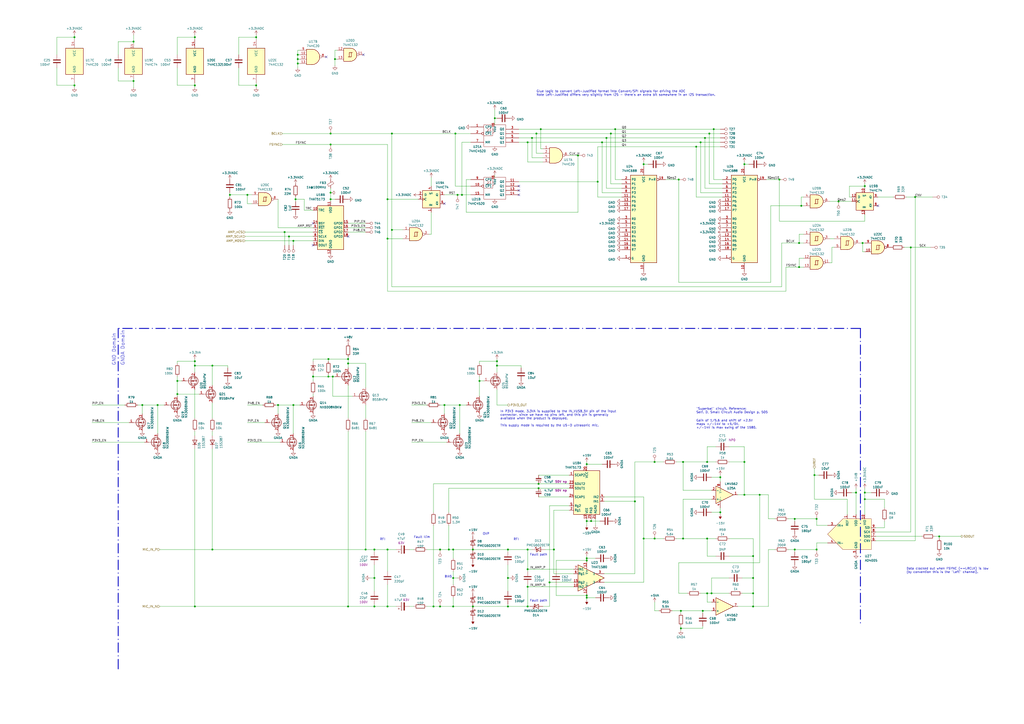
<source format=kicad_sch>
(kicad_sch (version 20230409) (generator eeschema)
  (paper "A2")
  (junction (at 171.45 115.57))
  (junction (at 501.65 107.95))
  (junction (at 436.88 335.28))
  (junction (at 351.79 80.01))
  (junction (at 294.64 351.79))
  (junction (at 306.07 318.77))
  (junction (at 308.61 80.01))
  (junction (at 260.35 318.77))
  (junction (at 77.47 24.13))
  (junction (at 227.33 133.35))
  (junction (at 224.79 115.57))
  (junction (at 172.72 36.83))
  (junction (at 224.79 138.43))
  (junction (at 165.1 134.62))
  (junction (at 311.15 77.47))
  (junction (at 412.75 344.17))
  (junction (at 191.77 77.47))
  (junction (at 288.29 209.55))
  (junction (at 193.04 218.44))
  (junction (at 463.55 154.94))
  (junction (at 410.21 344.17))
  (junction (at 148.59 49.53))
  (junction (at 312.42 280.67))
  (junction (at 436.88 344.17))
  (junction (at 496.57 285.75))
  (junction (at 431.8 95.25))
  (junction (at 43.18 49.53))
  (junction (at 102.87 220.98))
  (junction (at 274.32 351.79))
  (junction (at 255.27 351.79))
  (junction (at 393.7 104.14))
  (junction (at 251.46 351.79))
  (junction (at 452.12 104.14))
  (junction (at 342.9 302.26))
  (junction (at 91.44 234.95))
  (junction (at 217.17 318.77))
  (junction (at 266.7 234.95))
  (junction (at 191.77 83.82))
  (junction (at 318.77 337.82))
  (junction (at 410.21 267.97))
  (junction (at 148.59 21.59))
  (junction (at 501.65 285.75))
  (junction (at 143.51 113.03))
  (junction (at 406.4 82.55))
  (junction (at 170.18 234.95))
  (junction (at 287.02 68.58))
  (junction (at 294.64 318.77))
  (junction (at 224.79 318.77))
  (junction (at 306.07 330.2))
  (junction (at 77.47 46.99))
  (junction (at 212.09 318.77))
  (junction (at 408.94 80.01))
  (junction (at 461.01 300.99))
  (junction (at 262.89 335.28))
  (junction (at 113.03 351.79))
  (junction (at 190.5 208.28))
  (junction (at 373.38 95.25))
  (junction (at 201.93 210.82))
  (junction (at 312.42 283.21))
  (junction (at 172.72 34.29))
  (junction (at 368.3 290.83))
  (junction (at 294.64 335.28))
  (junction (at 191.77 115.57))
  (junction (at 288.29 212.09))
  (junction (at 161.29 234.95))
  (junction (at 278.13 220.98))
  (junction (at 396.24 267.97))
  (junction (at 486.41 116.84))
  (junction (at 417.83 276.86))
  (junction (at 379.73 267.97))
  (junction (at 113.03 49.53))
  (junction (at 340.36 269.24))
  (junction (at 340.36 345.44))
  (junction (at 407.67 354.33))
  (junction (at 356.87 74.93))
  (junction (at 172.72 31.75))
  (junction (at 354.33 77.47))
  (junction (at 133.35 113.03))
  (junction (at 340.36 302.26))
  (junction (at 262.89 351.79))
  (junction (at 201.93 208.28))
  (junction (at 473.71 318.77))
  (junction (at 201.93 351.79))
  (junction (at 346.71 105.41))
  (junction (at 217.17 351.79))
  (junction (at 43.18 21.59))
  (junction (at 472.44 275.59))
  (junction (at 340.36 325.12))
  (junction (at 440.69 287.02))
  (junction (at 411.48 77.47))
  (junction (at 181.61 218.44))
  (junction (at 190.5 218.44))
  (junction (at 528.32 143.51))
  (junction (at 306.07 82.55))
  (junction (at 464.82 119.38))
  (junction (at 321.31 318.77))
  (junction (at 417.83 297.18))
  (junction (at 501.65 289.56))
  (junction (at 530.86 114.3))
  (junction (at 349.25 82.55))
  (junction (at 335.28 90.17))
  (junction (at 544.83 311.15))
  (junction (at 224.79 351.79))
  (junction (at 274.32 318.77))
  (junction (at 313.69 74.93))
  (junction (at 267.97 113.03))
  (junction (at 394.97 364.49))
  (junction (at 396.24 312.42))
  (junction (at 191.77 111.76))
  (junction (at 340.36 323.85))
  (junction (at 194.31 34.29))
  (junction (at 170.18 139.7))
  (junction (at 463.55 140.97))
  (junction (at 373.38 312.42))
  (junction (at 403.86 85.09))
  (junction (at 436.88 322.58))
  (junction (at 306.07 340.36))
  (junction (at 255.27 318.77))
  (junction (at 410.21 312.42))
  (junction (at 113.03 21.59))
  (junction (at 265.43 113.03))
  (junction (at 431.8 267.97))
  (junction (at 379.73 312.42))
  (junction (at 306.07 351.79))
  (junction (at 414.02 74.93))
  (junction (at 123.19 318.77))
  (junction (at 227.33 77.47))
  (junction (at 123.19 212.09))
  (junction (at 394.97 354.33))
  (junction (at 500.38 140.97))
  (junction (at 167.64 137.16))
  (junction (at 436.88 351.79))
  (junction (at 217.17 335.28))
  (junction (at 340.36 346.71))
  (junction (at 82.55 234.95))
  (junction (at 262.89 318.77))
  (junction (at 102.87 228.6))
  (junction (at 431.8 287.02))
  (junction (at 461.01 318.77))
  (junction (at 264.16 77.47))
  (junction (at 257.81 234.95))
  (junction (at 113.03 212.09))
  (junction (at 113.03 209.55))
  (junction (at 473.71 300.99))
  (no_connect (at 300.99 110.49))
  (no_connect (at 300.99 107.95))
  (no_connect (at 300.99 113.03))
  (no_connect (at 189.23 33.02))
  (no_connect (at 509.27 119.38))
  (no_connect (at 201.93 137.16))
  (no_connect (at 181.61 129.54))
  (no_connect (at 257.81 118.11))
  (no_connect (at 210.82 31.75))
  (no_connect (at 181.61 142.24))
  (wire (pts (xy 417.83 276.86) (xy 417.83 275.59)))
  (polyline (pts (xy 499.11 190.5) (xy 499.11 363.22)) (stroke (width 0.5) (type dash_dot)))
  (wire (pts (xy 457.2 318.77) (xy 461.01 318.77)))
  (wire (pts (xy 473.71 314.96) (xy 480.06 314.96)))
  (wire (pts (xy 501.65 283.21) (xy 501.65 285.75)))
  (wire (pts (xy 464.82 119.38) (xy 466.09 119.38)))
  (wire (pts (xy 431.8 287.02) (xy 440.69 287.02)))
  (wire (pts (xy 123.19 260.35) (xy 123.19 318.77)))
  (wire (pts (xy 340.36 270.51) (xy 340.36 269.24)))
  (wire (pts (xy 227.33 77.47) (xy 227.33 133.35)))
  (wire (pts (xy 350.52 337.82) (xy 373.38 337.82)))
  (wire (pts (xy 201.93 208.28) (xy 201.93 210.82)))
  (wire (pts (xy 113.03 20.32) (xy 113.03 21.59)))
  (wire (pts (xy 407.67 364.49) (xy 407.67 363.22)))
  (wire (pts (xy 161.29 234.95) (xy 161.29 240.03)))
  (wire (pts (xy 267.97 113.03) (xy 273.05 113.03)))
  (wire (pts (xy 501.65 289.56) (xy 513.08 289.56)))
  (wire (pts (xy 68.58 46.99) (xy 77.47 46.99)))
  (wire (pts (xy 172.72 34.29) (xy 172.72 36.83)))
  (wire (pts (xy 340.36 269.24) (xy 349.25 269.24)))
  (wire (pts (xy 312.42 283.21) (xy 330.2 283.21)))
  (wire (pts (xy 524.51 143.51) (xy 528.32 143.51)))
  (wire (pts (xy 544.83 311.15) (xy 544.83 312.42)))
  (wire (pts (xy 340.36 300.99) (xy 340.36 302.26)))
  (wire (pts (xy 262.89 318.77) (xy 262.89 323.85)))
  (wire (pts (xy 260.35 304.8) (xy 260.35 318.77)))
  (wire (pts (xy 472.44 275.59) (xy 472.44 289.56)))
  (wire (pts (xy 422.91 335.28) (xy 412.75 335.28)))
  (wire (pts (xy 251.46 280.67) (xy 312.42 280.67)))
  (wire (pts (xy 314.96 86.36) (xy 313.69 86.36)))
  (wire (pts (xy 394.97 365.76) (xy 394.97 364.49)))
  (wire (pts (xy 408.94 80.01) (xy 417.83 80.01)))
  (wire (pts (xy 340.36 346.71) (xy 340.36 347.98)))
  (wire (pts (xy 447.04 163.83) (xy 447.04 119.38)))
  (wire (pts (xy 436.88 351.79) (xy 436.88 344.17)))
  (wire (pts (xy 396.24 289.56) (xy 412.75 289.56)))
  (wire (pts (xy 133.35 113.03) (xy 143.51 113.03)))
  (wire (pts (xy 190.5 208.28) (xy 190.5 209.55)))
  (wire (pts (xy 148.59 50.8) (xy 148.59 49.53)))
  (wire (pts (xy 306.07 330.2) (xy 306.07 331.47)))
  (wire (pts (xy 201.93 223.52) (xy 201.93 242.57)))
  (wire (pts (xy 201.93 207.01) (xy 201.93 208.28)))
  (wire (pts (xy 368.3 267.97) (xy 379.73 267.97)))
  (wire (pts (xy 227.33 166.37) (xy 453.39 166.37)))
  (wire (pts (xy 102.87 21.59) (xy 113.03 21.59)))
  (wire (pts (xy 412.75 276.86) (xy 417.83 276.86)))
  (wire (pts (xy 346.71 114.3) (xy 360.68 114.3)))
  (wire (pts (xy 227.33 77.47) (xy 264.16 77.47)))
  (wire (pts (xy 250.19 135.89) (xy 250.19 123.19)))
  (wire (pts (xy 530.86 114.3) (xy 541.02 114.3)))
  (wire (pts (xy 452.12 128.27) (xy 501.65 128.27)))
  (wire (pts (xy 278.13 209.55) (xy 278.13 210.82)))
  (wire (pts (xy 322.58 325.12) (xy 340.36 325.12)))
  (wire (pts (xy 201.93 351.79) (xy 217.17 351.79)))
  (wire (pts (xy 133.35 113.03) (xy 133.35 114.3)))
  (wire (pts (xy 445.77 318.77) (xy 449.58 318.77)))
  (wire (pts (xy 143.51 113.03) (xy 143.51 118.11)))
  (wire (pts (xy 436.88 312.42) (xy 422.91 312.42)))
  (wire (pts (xy 278.13 220.98) (xy 280.67 220.98)))
  (wire (pts (xy 181.61 218.44) (xy 190.5 218.44)))
  (wire (pts (xy 499.11 140.97) (xy 500.38 140.97)))
  (wire (pts (xy 340.36 302.26) (xy 340.36 304.8)))
  (wire (pts (xy 278.13 218.44) (xy 278.13 220.98)))
  (wire (pts (xy 318.77 337.82) (xy 318.77 351.79)))
  (wire (pts (xy 191.77 111.76) (xy 191.77 115.57)))
  (wire (pts (xy 542.29 311.15) (xy 544.83 311.15)))
  (wire (pts (xy 394.97 354.33) (xy 394.97 355.6)))
  (wire (pts (xy 273.05 107.95) (xy 264.16 107.95)))
  (wire (pts (xy 508 311.15) (xy 534.67 311.15)))
  (wire (pts (xy 214.63 335.28) (xy 217.17 335.28)))
  (wire (pts (xy 217.17 318.77) (xy 224.79 318.77)))
  (wire (pts (xy 422.91 259.08) (xy 431.8 259.08)))
  (wire (pts (xy 43.18 50.8) (xy 43.18 49.53)))
  (wire (pts (xy 172.72 29.21) (xy 172.72 31.75)))
  (wire (pts (xy 340.36 323.85) (xy 340.36 325.12)))
  (polyline (pts (xy 68.58 190.5) (xy 68.58 388.62)) (stroke (width 0.5) (type dash_dot)))
  (wire (pts (xy 528.32 143.51) (xy 539.75 143.51)))
  (wire (pts (xy 212.09 250.19) (xy 212.09 318.77)))
  (wire (pts (xy 53.34 234.95) (xy 72.39 234.95)))
  (wire (pts (xy 411.48 77.47) (xy 417.83 77.47)))
  (wire (pts (xy 407.67 354.33) (xy 407.67 355.6)))
  (wire (pts (xy 247.65 351.79) (xy 251.46 351.79)))
  (wire (pts (xy 494.03 114.3) (xy 492.76 114.3)))
  (wire (pts (xy 82.55 234.95) (xy 82.55 240.03)))
  (wire (pts (xy 288.29 212.09) (xy 288.29 215.9)))
  (wire (pts (xy 113.03 351.79) (xy 201.93 351.79)))
  (wire (pts (xy 379.73 349.25) (xy 379.73 354.33)))
  (wire (pts (xy 306.07 93.98) (xy 306.07 82.55)))
  (wire (pts (xy 143.51 234.95) (xy 152.4 234.95)))
  (wire (pts (xy 237.49 318.77) (xy 240.03 318.77)))
  (wire (pts (xy 501.65 106.68) (xy 501.65 107.95)))
  (wire (pts (xy 356.87 74.93) (xy 414.02 74.93)))
  (wire (pts (xy 408.94 109.22) (xy 419.1 109.22)))
  (wire (pts (xy 176.53 121.92) (xy 181.61 121.92)))
  (wire (pts (xy 171.45 114.3) (xy 171.45 115.57)))
  (wire (pts (xy 172.72 36.83) (xy 172.72 39.37)))
  (wire (pts (xy 525.78 114.3) (xy 530.86 114.3)))
  (wire (pts (xy 287.02 68.58) (xy 287.02 72.39)))
  (wire (pts (xy 170.18 234.95) (xy 173.99 234.95)))
  (wire (pts (xy 262.89 331.47) (xy 262.89 335.28)))
  (wire (pts (xy 274.32 318.77) (xy 294.64 318.77)))
  (wire (pts (xy 91.44 234.95) (xy 95.25 234.95)))
  (wire (pts (xy 472.44 271.78) (xy 472.44 275.59)))
  (wire (pts (xy 212.09 318.77) (xy 217.17 318.77)))
  (wire (pts (xy 354.33 77.47) (xy 354.33 106.68)))
  (wire (pts (xy 306.07 351.79) (xy 307.34 351.79)))
  (wire (pts (xy 415.29 322.58) (xy 410.21 322.58)))
  (wire (pts (xy 463.55 135.89) (xy 466.09 135.89)))
  (wire (pts (xy 340.36 302.26) (xy 342.9 302.26)))
  (wire (pts (xy 422.91 322.58) (xy 436.88 322.58)))
  (wire (pts (xy 262.89 346.71) (xy 262.89 351.79)))
  (wire (pts (xy 92.71 351.79) (xy 113.03 351.79)))
  (wire (pts (xy 300.99 82.55) (xy 306.07 82.55)))
  (wire (pts (xy 393.7 344.17) (xy 398.78 344.17)))
  (wire (pts (xy 410.21 259.08) (xy 415.29 259.08)))
  (wire (pts (xy 306.07 340.36) (xy 306.07 351.79)))
  (wire (pts (xy 171.45 115.57) (xy 171.45 116.84)))
  (wire (pts (xy 411.48 106.68) (xy 419.1 106.68)))
  (wire (pts (xy 255.27 351.79) (xy 262.89 351.79)))
  (wire (pts (xy 394.97 354.33) (xy 407.67 354.33)))
  (wire (pts (xy 322.58 339.09) (xy 322.58 345.44)))
  (wire (pts (xy 306.07 318.77) (xy 308.61 318.77)))
  (wire (pts (xy 368.3 332.74) (xy 368.3 290.83)))
  (wire (pts (xy 170.18 139.7) (xy 170.18 142.24)))
  (wire (pts (xy 123.19 212.09) (xy 132.08 212.09)))
  (wire (pts (xy 473.71 300.99) (xy 473.71 304.8)))
  (wire (pts (xy 224.79 339.09) (xy 224.79 351.79)))
  (wire (pts (xy 262.89 351.79) (xy 274.32 351.79)))
  (wire (pts (xy 294.64 318.77) (xy 306.07 318.77)))
  (wire (pts (xy 412.75 284.48) (xy 396.24 284.48)))
  (wire (pts (xy 386.08 104.14) (xy 393.7 104.14)))
  (wire (pts (xy 212.09 210.82) (xy 201.93 210.82)))
  (wire (pts (xy 318.77 293.37) (xy 318.77 337.82)))
  (wire (pts (xy 190.5 217.17) (xy 190.5 218.44)))
  (wire (pts (xy 201.93 134.62) (xy 212.09 134.62)))
  (wire (pts (xy 373.38 312.42) (xy 379.73 312.42)))
  (wire (pts (xy 224.79 115.57) (xy 224.79 138.43)))
  (wire (pts (xy 410.21 267.97) (xy 415.29 267.97)))
  (wire (pts (xy 445.77 300.99) (xy 449.58 300.99)))
  (wire (pts (xy 302.26 212.09) (xy 302.26 213.36)))
  (wire (pts (xy 452.12 104.14) (xy 452.12 128.27)))
  (wire (pts (xy 351.79 109.22) (xy 360.68 109.22)))
  (wire (pts (xy 288.29 234.95) (xy 294.64 234.95)))
  (wire (pts (xy 393.7 326.39) (xy 393.7 344.17)))
  (wire (pts (xy 396.24 284.48) (xy 396.24 267.97)))
  (wire (pts (xy 102.87 209.55) (xy 102.87 210.82)))
  (wire (pts (xy 389.89 354.33) (xy 394.97 354.33)))
  (wire (pts (xy 165.1 134.62) (xy 181.61 134.62)))
  (wire (pts (xy 181.61 217.17) (xy 181.61 218.44)))
  (wire (pts (xy 330.2 90.17) (xy 335.28 90.17)))
  (wire (pts (xy 314.96 91.44) (xy 308.61 91.44)))
  (wire (pts (xy 53.34 256.54) (xy 83.82 256.54)))
  (wire (pts (xy 463.55 135.89) (xy 463.55 140.97)))
  (wire (pts (xy 193.04 218.44) (xy 193.04 229.87)))
  (wire (pts (xy 255.27 234.95) (xy 257.81 234.95)))
  (wire (pts (xy 410.21 322.58) (xy 410.21 312.42)))
  (wire (pts (xy 351.79 80.01) (xy 351.79 109.22)))
  (wire (pts (xy 311.15 88.9) (xy 311.15 77.47)))
  (wire (pts (xy 167.64 137.16) (xy 167.64 142.24)))
  (wire (pts (xy 123.19 212.09) (xy 113.03 212.09)))
  (wire (pts (xy 77.47 46.99) (xy 77.47 50.8)))
  (wire (pts (xy 170.18 234.95) (xy 170.18 251.46)))
  (wire (pts (xy 414.02 74.93) (xy 417.83 74.93)))
  (wire (pts (xy 368.3 290.83) (xy 368.3 267.97)))
  (wire (pts (xy 172.72 31.75) (xy 172.72 34.29)))
  (wire (pts (xy 266.7 234.95) (xy 266.7 251.46)))
  (wire (pts (xy 294.64 335.28) (xy 295.91 335.28)))
  (wire (pts (xy 318.77 293.37) (xy 330.2 293.37)))
  (wire (pts (xy 313.69 86.36) (xy 313.69 74.93)))
  (wire (pts (xy 356.87 104.14) (xy 360.68 104.14)))
  (wire (pts (xy 288.29 208.28) (xy 288.29 209.55)))
  (wire (pts (xy 255.27 318.77) (xy 260.35 318.77)))
  (wire (pts (xy 342.9 302.26) (xy 347.98 302.26)))
  (wire (pts (xy 294.64 335.28) (xy 294.64 342.9)))
  (wire (pts (xy 461.01 300.99) (xy 473.71 300.99)))
  (wire (pts (xy 224.79 83.82) (xy 224.79 115.57)))
  (wire (pts (xy 194.31 34.29) (xy 194.31 38.1)))
  (wire (pts (xy 190.5 208.28) (xy 201.93 208.28)))
  (wire (pts (xy 250.19 102.87) (xy 250.19 107.95)))
  (wire (pts (xy 316.23 318.77) (xy 321.31 318.77)))
  (wire (pts (xy 113.03 250.19) (xy 113.03 252.73)))
  (wire (pts (xy 345.44 300.99) (xy 345.44 304.8)))
  (wire (pts (xy 414.02 74.93) (xy 414.02 104.14)))
  (wire (pts (xy 191.77 77.47) (xy 227.33 77.47)))
  (wire (pts (xy 300.99 77.47) (xy 311.15 77.47)))
  (wire (pts (xy 102.87 31.75) (xy 102.87 21.59)))
  (wire (pts (xy 238.76 256.54) (xy 259.08 256.54)))
  (wire (pts (xy 102.87 218.44) (xy 102.87 220.98)))
  (wire (pts (xy 410.21 344.17) (xy 412.75 344.17)))
  (wire (pts (xy 508 308.61) (xy 528.32 308.61)))
  (wire (pts (xy 455.93 168.91) (xy 455.93 154.94)))
  (wire (pts (xy 142.24 134.62) (xy 165.1 134.62)))
  (wire (pts (xy 148.59 20.32) (xy 148.59 21.59)))
  (wire (pts (xy 444.5 104.14) (xy 452.12 104.14)))
  (wire (pts (xy 212.09 224.79) (xy 212.09 210.82)))
  (wire (pts (xy 238.76 234.95) (xy 247.65 234.95)))
  (wire (pts (xy 436.88 322.58) (xy 436.88 335.28)))
  (wire (pts (xy 313.69 74.93) (xy 356.87 74.93)))
  (wire (pts (xy 227.33 133.35) (xy 227.33 166.37)))
  (wire (pts (xy 306.07 339.09) (xy 306.07 340.36)))
  (wire (pts (xy 427.99 351.79) (xy 436.88 351.79)))
  (wire (pts (xy 322.58 345.44) (xy 340.36 345.44)))
  (wire (pts (xy 142.24 137.16) (xy 167.64 137.16)))
  (wire (pts (xy 312.42 288.29) (xy 330.2 288.29)))
  (wire (pts (xy 123.19 233.68) (xy 123.19 242.57)))
  (wire (pts (xy 530.86 313.69) (xy 508 313.69)))
  (wire (pts (xy 354.33 77.47) (xy 411.48 77.47)))
  (wire (pts (xy 68.58 39.37) (xy 68.58 46.99)))
  (wire (pts (xy 544.83 311.15) (xy 557.53 311.15)))
  (wire (pts (xy 410.21 259.08) (xy 410.21 267.97)))
  (wire (pts (xy 173.99 29.21) (xy 172.72 29.21)))
  (wire (pts (xy 513.08 289.56) (xy 513.08 294.64)))
  (wire (pts (xy 251.46 304.8) (xy 251.46 351.79)))
  (wire (pts (xy 262.89 335.28) (xy 262.89 339.09)))
  (wire (pts (xy 396.24 312.42) (xy 410.21 312.42)))
  (wire (pts (xy 217.17 318.77) (xy 217.17 320.04)))
  (wire (pts (xy 237.49 351.79) (xy 240.03 351.79)))
  (wire (pts (xy 212.09 234.95) (xy 212.09 242.57)))
  (wire (pts (xy 267.97 82.55) (xy 273.05 82.55)))
  (wire (pts (xy 406.4 344.17) (xy 410.21 344.17)))
  (wire (pts (xy 217.17 327.66) (xy 217.17 335.28)))
  (wire (pts (xy 351.79 80.01) (xy 408.94 80.01)))
  (wire (pts (xy 464.82 114.3) (xy 464.82 119.38)))
  (wire (pts (xy 482.6 143.51) (xy 483.87 143.51)))
  (wire (pts (xy 123.19 223.52) (xy 123.19 212.09)))
  (wire (pts (xy 264.16 77.47) (xy 273.05 77.47)))
  (wire (pts (xy 431.8 287.02) (xy 427.99 287.02)))
  (wire (pts (xy 403.86 85.09) (xy 403.86 114.3)))
  (wire (pts (xy 530.86 114.3) (xy 530.86 313.69)))
  (wire (pts (xy 473.71 304.8) (xy 480.06 304.8)))
  (wire (pts (xy 287.02 63.5) (xy 287.02 68.58)))
  (wire (pts (xy 453.39 166.37) (xy 453.39 140.97)))
  (wire (pts (xy 43.18 21.59) (xy 43.18 22.86)))
  (wire (pts (xy 408.94 80.01) (xy 408.94 109.22)))
  (wire (pts (xy 501.65 107.95) (xy 501.65 109.22)))
  (wire (pts (xy 102.87 39.37) (xy 102.87 49.53)))
  (wire (pts (xy 278.13 209.55) (xy 288.29 209.55)))
  (wire (pts (xy 260.35 318.77) (xy 262.89 318.77)))
  (wire (pts (xy 403.86 114.3) (xy 419.1 114.3)))
  (wire (pts (xy 201.93 132.08) (xy 212.09 132.08)))
  (wire (pts (xy 123.19 318.77) (xy 212.09 318.77)))
  (wire (pts (xy 113.03 212.09) (xy 113.03 215.9)))
  (wire (pts (xy 287.02 68.58) (xy 288.29 68.58)))
  (wire (pts (xy 217.17 350.52) (xy 217.17 351.79)))
  (wire (pts (xy 322.58 331.47) (xy 322.58 325.12)))
  (wire (pts (xy 466.09 154.94) (xy 463.55 154.94)))
  (wire (pts (xy 463.55 149.86) (xy 466.09 149.86)))
  (wire (pts (xy 181.61 218.44) (xy 181.61 220.98)))
  (wire (pts (xy 138.43 39.37) (xy 138.43 49.53)))
  (wire (pts (xy 412.75 335.28) (xy 412.75 344.17)))
  (wire (pts (xy 321.31 318.77) (xy 321.31 332.74)))
  (wire (pts (xy 417.83 276.86) (xy 417.83 279.4)))
  (wire (pts (xy 172.72 34.29) (xy 173.99 34.29)))
  (wire (pts (xy 113.03 208.28) (xy 113.03 209.55)))
  (wire (pts (xy 494.03 285.75) (xy 496.57 285.75)))
  (wire (pts (xy 406.4 82.55) (xy 406.4 111.76)))
  (wire (pts (xy 146.05 113.03) (xy 143.51 113.03)))
  (wire (pts (xy 224.79 115.57) (xy 242.57 115.57)))
  (wire (pts (xy 466.09 114.3) (xy 464.82 114.3)))
  (wire (pts (xy 165.1 134.62) (xy 165.1 142.24)))
  (wire (pts (xy 288.29 226.06) (xy 288.29 234.95)))
  (wire (pts (xy 191.77 83.82) (xy 224.79 83.82)))
  (wire (pts (xy 463.55 154.94) (xy 463.55 149.86)))
  (wire (pts (xy 306.07 330.2) (xy 332.74 330.2)))
  (wire (pts (xy 91.44 234.95) (xy 91.44 251.46)))
  (wire (pts (xy 436.88 335.28) (xy 436.88 344.17)))
  (wire (pts (xy 340.36 322.58) (xy 340.36 323.85)))
  (wire (pts (xy 247.65 318.77) (xy 255.27 318.77)))
  (wire (pts (xy 33.02 49.53) (xy 43.18 49.53)))
  (wire (pts (xy 335.28 90.17) (xy 335.28 123.19)))
  (wire (pts (xy 340.36 267.97) (xy 340.36 269.24)))
  (wire (pts (xy 102.87 209.55) (xy 113.03 209.55)))
  (wire (pts (xy 445.77 351.79) (xy 445.77 318.77)))
  (wire (pts (xy 373.38 95.25) (xy 375.92 95.25)))
  (wire (pts (xy 224.79 138.43) (xy 224.79 168.91)))
  (wire (pts (xy 300.99 105.41) (xy 346.71 105.41)))
  (wire (pts (xy 436.88 312.42) (xy 436.88 322.58)))
  (wire (pts (xy 142.24 139.7) (xy 170.18 139.7)))
  (wire (pts (xy 308.61 91.44) (xy 308.61 80.01)))
  (wire (pts (xy 403.86 85.09) (xy 417.83 85.09)))
  (wire (pts (xy 181.61 208.28) (xy 190.5 208.28)))
  (wire (pts (xy 314.96 88.9) (xy 311.15 88.9)))
  (wire (pts (xy 217.17 351.79) (xy 224.79 351.79)))
  (wire (pts (xy 294.64 318.77) (xy 294.64 320.04)))
  (wire (pts (xy 445.77 287.02) (xy 445.77 300.99)))
  (wire (pts (xy 501.65 146.05) (xy 500.38 146.05)))
  (wire (pts (xy 440.69 287.02) (xy 440.69 326.39)))
  (wire (pts (xy 148.59 48.26) (xy 148.59 49.53)))
  (wire (pts (xy 113.03 260.35) (xy 113.03 351.79)))
  (wire (pts (xy 350.52 332.74) (xy 368.3 332.74)))
  (wire (pts (xy 463.55 140.97) (xy 466.09 140.97)))
  (wire (pts (xy 306.07 340.36) (xy 332.74 340.36)))
  (wire (pts (xy 392.43 312.42) (xy 396.24 312.42)))
  (wire (pts (xy 262.89 335.28) (xy 265.43 335.28)))
  (wire (pts (xy 266.7 234.95) (xy 270.51 234.95)))
  (wire (pts (xy 163.83 83.82) (xy 191.77 83.82)))
  (wire (pts (xy 224.79 351.79) (xy 229.87 351.79)))
  (wire (pts (xy 68.58 24.13) (xy 77.47 24.13)))
  (wire (pts (xy 238.76 245.11) (xy 250.19 245.11)))
  (wire (pts (xy 392.43 267.97) (xy 396.24 267.97)))
  (wire (pts (xy 300.99 80.01) (xy 308.61 80.01)))
  (wire (pts (xy 265.43 113.03) (xy 267.97 113.03)))
  (wire (pts (xy 496.57 285.75) (xy 496.57 298.45)))
  (wire (pts (xy 143.51 245.11) (xy 153.67 245.11)))
  (wire (pts (xy 321.31 332.74) (xy 332.74 332.74)))
  (wire (pts (xy 410.21 312.42) (xy 415.29 312.42)))
  (wire (pts (xy 332.74 337.82) (xy 318.77 337.82)))
  (wire (pts (xy 431.8 95.25) (xy 431.8 96.52)))
  (wire (pts (xy 77.47 20.32) (xy 77.47 24.13)))
  (wire (pts (xy 181.61 209.55) (xy 181.61 208.28)))
  (wire (pts (xy 412.75 349.25) (xy 410.21 349.25)))
  (wire (pts (xy 422.91 267.97) (xy 431.8 267.97)))
  (wire (pts (xy 270.51 104.14) (xy 273.05 104.14)))
  (wire (pts (xy 77.47 45.72) (xy 77.47 46.99)))
  (wire (pts (xy 308.61 80.01) (xy 351.79 80.01)))
  (wire (pts (xy 373.38 312.42) (xy 373.38 337.82)))
  (wire (pts (xy 417.83 294.64) (xy 417.83 297.18)))
  (wire (pts (xy 396.24 312.42) (xy 396.24 289.56)))
  (wire (pts (xy 356.87 74.93) (xy 356.87 104.14)))
  (wire (pts (xy 260.35 283.21) (xy 260.35 297.18)))
  (wire (pts (xy 68.58 31.75) (xy 68.58 24.13)))
  (wire (pts (xy 501.65 140.97) (xy 500.38 140.97)))
  (wire (pts (xy 191.77 115.57) (xy 191.77 116.84)))
  (wire (pts (xy 473.71 318.77) (xy 473.71 314.96)))
  (wire (pts (xy 82.55 234.95) (xy 91.44 234.95)))
  (wire (pts (xy 224.79 168.91) (xy 455.93 168.91)))
  (wire (pts (xy 113.03 209.55) (xy 113.03 212.09)))
  (wire (pts (xy 217.17 335.28) (xy 217.17 342.9)))
  (wire (pts (xy 321.31 295.91) (xy 330.2 295.91)))
  (wire (pts (xy 191.77 109.22) (xy 191.77 111.76)))
  (wire (pts (xy 393.7 326.39) (xy 440.69 326.39)))
  (wire (pts (xy 171.45 115.57) (xy 176.53 115.57)))
  (wire (pts (xy 278.13 220.98) (xy 278.13 229.87)))
  (wire (pts (xy 113.03 49.53) (xy 113.03 48.26)))
  (wire (pts (xy 431.8 267.97) (xy 431.8 259.08)))
  (wire (pts (xy 491.49 289.56) (xy 472.44 289.56)))
  (wire (pts (xy 431.8 267.97) (xy 431.8 287.02)))
  (wire (pts (xy 496.57 283.21) (xy 496.57 285.75)))
  (wire (pts (xy 407.67 354.33) (xy 412.75 354.33)))
  (wire (pts (xy 340.36 345.44) (xy 340.36 346.71)))
  (wire (pts (xy 92.71 318.77) (xy 123.19 318.77)))
  (wire (pts (xy 102.87 220.98) (xy 105.41 220.98)))
  (wire (pts (xy 501.65 128.27) (xy 501.65 124.46)))
  (wire (pts (xy 406.4 111.76) (xy 419.1 111.76)))
  (wire (pts (xy 190.5 218.44) (xy 193.04 218.44)))
  (wire (pts (xy 262.89 318.77) (xy 274.32 318.77)))
  (wire (pts (xy 486.41 116.84) (xy 494.03 116.84)))
  (wire (pts (xy 461.01 318.77) (xy 461.01 320.04)))
  (wire (pts (xy 430.53 335.28) (xy 436.88 335.28)))
  (wire (pts (xy 394.97 364.49) (xy 407.67 364.49)))
  (wire (pts (xy 113.03 50.8) (xy 113.03 49.53)))
  (wire (pts (xy 373.38 288.29) (xy 373.38 312.42)))
  (wire (pts (xy 102.87 220.98) (xy 102.87 228.6)))
  (wire (pts (xy 379.73 354.33) (xy 382.27 354.33)))
  (wire (pts (xy 349.25 82.55) (xy 349.25 111.76)))
  (wire (pts (xy 201.93 250.19) (xy 201.93 351.79)))
  (wire (pts (xy 379.73 267.97) (xy 384.81 267.97)))
  (wire (pts (xy 373.38 93.98) (xy 373.38 95.25)))
  (wire (pts (xy 204.47 229.87) (xy 193.04 229.87)))
  (wire (pts (xy 306.07 82.55) (xy 349.25 82.55)))
  (wire (pts (xy 312.42 280.67) (xy 330.2 280.67)))
  (wire (pts (xy 455.93 154.94) (xy 463.55 154.94)))
  (wire (pts (xy 481.33 152.4) (xy 482.6 152.4)))
  (wire (pts (xy 138.43 49.53) (xy 148.59 49.53)))
  (wire (pts (xy 457.2 300.99) (xy 461.01 300.99)))
  (wire (pts (xy 161.29 115.57) (xy 161.29 132.08)))
  (wire (pts (xy 346.71 85.09) (xy 403.86 85.09)))
  (wire (pts (xy 260.35 283.21) (xy 312.42 283.21)))
  (wire (pts (xy 306.07 318.77) (xy 306.07 330.2)))
  (wire (pts (xy 194.31 34.29) (xy 195.58 34.29)))
  (wire (pts (xy 294.64 351.79) (xy 306.07 351.79)))
  (wire (pts (xy 113.03 226.06) (xy 113.03 242.57)))
  (wire (pts (xy 172.72 31.75) (xy 173.99 31.75)))
  (wire (pts (xy 257.81 234.95) (xy 257.81 240.03)))
  (wire (pts (xy 373.38 288.29) (xy 350.52 288.29)))
  (wire (pts (xy 224.79 318.77) (xy 229.87 318.77)))
  (wire (pts (xy 394.97 364.49) (xy 394.97 363.22)))
  (wire (pts (xy 115.57 228.6) (xy 102.87 228.6)))
  (polyline (pts (xy 499.11 190.5) (xy 68.58 190.5)) (stroke (width 0.5) (type dash_dot)))
  (wire (pts (xy 148.59 21.59) (xy 148.59 22.86)))
  (wire (pts (xy 194.31 29.21) (xy 194.31 34.29)))
  (wire (pts (xy 501.65 289.56) (xy 501.65 298.45)))
  (wire (pts (xy 346.71 85.09) (xy 346.71 105.41)))
  (wire (pts (xy 227.33 133.35) (xy 233.68 133.35)))
  (wire (pts (xy 300.99 74.93) (xy 313.69 74.93)))
  (wire (pts (xy 501.65 285.75) (xy 505.46 285.75)))
  (wire (pts (xy 431.8 95.25) (xy 434.34 95.25)))
  (wire (pts (xy 314.96 93.98) (xy 306.07 93.98)))
  (wire (pts (xy 354.33 106.68) (xy 360.68 106.68)))
  (wire (pts (xy 461.01 318.77) (xy 473.71 318.77)))
  (wire (pts (xy 349.25 82.55) (xy 406.4 82.55)))
  (wire (pts (xy 264.16 107.95) (xy 264.16 77.47)))
  (wire (pts (xy 288.29 212.09) (xy 302.26 212.09)))
  (wire (pts (xy 113.03 21.59) (xy 113.03 22.86)))
  (wire (pts (xy 294.64 350.52) (xy 294.64 351.79)))
  (wire (pts (xy 294.64 327.66) (xy 294.64 335.28)))
  (wire (pts (xy 453.39 140.97) (xy 463.55 140.97)))
  (wire (pts (xy 481.33 138.43) (xy 483.87 138.43)))
  (wire (pts (xy 417.83 297.18) (xy 417.83 298.45)))
  (wire (pts (xy 430.53 344.17) (xy 436.88 344.17)))
  (wire (pts (xy 43.18 48.26) (xy 43.18 49.53)))
  (wire (pts (xy 335.28 123.19) (xy 270.51 123.19)))
  (wire (pts (xy 251.46 351.79) (xy 255.27 351.79)))
  (wire (pts (xy 513.08 306.07) (xy 513.08 302.26)))
  (wire (pts (xy 508 306.07) (xy 513.08 306.07)))
  (wire (pts (xy 440.69 287.02) (xy 445.77 287.02)))
  (wire (pts (xy 274.32 351.79) (xy 294.64 351.79)))
  (wire (pts (xy 270.51 123.19) (xy 270.51 104.14)))
  (wire (pts (xy 201.93 129.54) (xy 212.09 129.54)))
  (wire (pts (xy 123.19 250.19) (xy 123.19 252.73)))
  (wire (pts (xy 431.8 93.98) (xy 431.8 95.25)))
  (wire (pts (xy 102.87 49.53) (xy 113.03 49.53)))
  (wire (pts (xy 342.9 300.99) (xy 342.9 302.26)))
  (wire (pts (xy 138.43 31.75) (xy 138.43 21.59)))
  (wire (pts (xy 396.24 267.97) (xy 410.21 267.97)))
  (wire (pts (xy 251.46 297.18) (xy 251.46 280.67)))
  (wire (pts (xy 492.76 114.3) (xy 492.76 107.95)))
  (wire (pts (xy 311.15 77.47) (xy 354.33 77.47)))
  (wire (pts (xy 132.08 212.09) (xy 132.08 213.36)))
  (wire (pts (xy 406.4 82.55) (xy 417.83 82.55)))
  (wire (pts (xy 373.38 95.25) (xy 373.38 96.52)))
  (wire (pts (xy 501.65 285.75) (xy 501.65 289.56)))
  (wire (pts (xy 167.64 137.16) (xy 181.61 137.16)))
  (wire (pts (xy 287.02 101.6) (xy 287.02 102.87)))
  (wire (pts (xy 224.79 138.43) (xy 233.68 138.43)))
  (wire (pts (xy 43.18 20.32) (xy 43.18 21.59)))
  (wire (pts (xy 412.75 297.18) (xy 417.83 297.18)))
  (wire (pts (xy 321.31 295.91) (xy 321.31 318.77)))
  (wire (pts (xy 160.02 234.95) (xy 161.29 234.95)))
  (wire (pts (xy 257.81 234.95) (xy 266.7 234.95)))
  (wire (pts (xy 143.51 118.11) (xy 146.05 118.11)))
  (wire (pts (xy 267.97 82.55) (xy 267.97 113.03)))
  (wire (pts (xy 138.43 21.59) (xy 148.59 21.59)))
  (wire (pts (xy 346.71 105.41) (xy 346.71 114.3)))
  (wire (pts (xy 53.34 245.11) (xy 74.93 245.11)))
  (wire (pts (xy 345.44 323.85) (xy 340.36 323.85)))
  (wire (pts (xy 176.53 115.57) (xy 176.53 121.92)))
  (wire (pts (xy 393.7 163.83) (xy 447.04 163.83)))
  (wire (pts (xy 288.29 209.55) (xy 288.29 212.09)))
  (wire (pts (xy 461.01 300.99) (xy 461.01 302.26)))
  (wire (pts (xy 191.77 115.57) (xy 194.31 115.57)))
  (wire (pts (xy 509.27 114.3) (xy 518.16 114.3)))
  (wire (pts (xy 224.79 318.77) (xy 224.79 331.47)))
  (wire (pts (xy 161.29 132.08) (xy 181.61 132.08)))
  (wire (pts (xy 181.61 228.6) (xy 181.61 229.87)))
  (wire (pts (xy 436.88 351.79) (xy 445.77 351.79)))
  (wire (pts (xy 33.02 31.75) (xy 33.02 21.59)))
  (wire (pts (xy 201.93 210.82) (xy 201.93 213.36)))
  (wire (pts (xy 349.25 111.76) (xy 360.68 111.76)))
  (wire (pts (xy 33.02 21.59) (xy 43.18 21.59)))
  (wire (pts (xy 482.6 152.4) (xy 482.6 143.51)))
  (wire (pts (xy 143.51 256.54) (xy 162.56 256.54)))
  (wire (pts (xy 411.48 77.47) (xy 411.48 106.68)))
  (wire (pts (xy 472.44 275.59) (xy 474.98 275.59)))
  (wire (pts (xy 193.04 218.44) (xy 194.31 218.44)))
  (wire (pts (xy 481.33 116.84) (xy 486.41 116.84)))
  (wire (pts (xy 500.38 146.05) (xy 500.38 140.97)))
  (wire (pts (xy 410.21 349.25) (xy 410.21 344.17)))
  (wire (pts (xy 491.49 289.56) (xy 491.49 298.45)))
  (wire (pts (xy 33.02 39.37) (xy 33.02 49.53)))
  (wire (pts (xy 379.73 312.42) (xy 384.81 312.42)))
  (wire (pts (xy 170.18 139.7) (xy 181.61 139.7)))
  (wire (pts (xy 492.76 107.95) (xy 501.65 107.95)))
  (wire (pts (xy 528.32 143.51) (xy 528.32 308.61)))
  (wire (pts (xy 414.02 104.14) (xy 419.1 104.14)))
  (wire (pts (xy 172.72 36.83) (xy 173.99 36.83)))
  (wire (pts (xy 257.81 113.03) (xy 265.43 113.03)))
  (wire (pts (xy 447.04 119.38) (xy 464.82 119.38)))
  (wire (pts (xy 312.42 275.59) (xy 330.2 275.59)))
  (wire (pts (xy 77.47 24.13) (xy 77.47 25.4)))
  (wire (pts (xy 345.44 346.71) (xy 340.36 346.71)))
  (wire (pts (xy 318.77 351.79) (xy 314.96 351.79)))
  (wire (pts (xy 412.75 344.17) (xy 422.91 344.17)))
  (wire (pts (xy 393.7 104.14) (xy 393.7 163.83)))
  (wire (pts (xy 163.83 77.47) (xy 191.77 77.47)))
  (wire (pts (xy 194.31 29.21) (xy 195.58 29.21)))
  (wire (pts (xy 102.87 228.6) (xy 102.87 229.87)))
  (wire (pts (xy 80.01 234.95) (xy 82.55 234.95)))
  (wire (pts (xy 248.92 135.89) (xy 250.19 135.89)))
  (wire (pts (xy 161.29 234.95) (xy 170.18 234.95)))
  (wire (pts (xy 133.35 111.76) (xy 133.35 113.03)))
  (wire (pts (xy 350.52 290.83) (xy 368.3 290.83)))
  (text "OVP" (at 280.035 310.515 0) (effects (font (size 1.27 1.27)) (justify left bottom)))
  (text "RFI" (at 220.345 313.69 0) (effects (font (size 1.27 1.27)) (justify left bottom)))
  (text "Fault path" (at 307.34 322.58 0) (effects (font (size 1.27 1.27)) (justify left bottom)))
  (text "BIAS" (at 257.81 335.28 0) (effects (font (size 1.27 1.27)) (justify left bottom)))
  (text "\"Superbal\" circuit. Reference:\nSelf. D, Small Circuit Audio Design p. 505" (at 403.86 240.03 0) (effects (font (size 1.27 1.27)) (justify left bottom)))
  (text "Gain of 1/5.6 and shift of +2.5V\nmaps +/-14V to +5/0V.\n+/-14V is max swing of the 1580." (at 403.86 248.92 0) (effects (font (size 1.27 1.27)) (justify left bottom)))
  (text "Glue logic to convert Left-Justified format into Convert/SPI signals for driving the ADC\nNote Left-Justified differs very slightly from I2S - there's an extra bit somewhere in an I2S transaction." (at 311.15 55.88 0) (effects (font (size 1.27 1.27)) (justify left bottom)))
  (text "Data clocked out when FSYNC (==LRCLK) is low\n(by convention this is the \"Left\" channel)." (at 525.78 332.74 0) (effects (font (size 1.27 1.27)) (justify left bottom)))
  (text "Fault path" (at 307.34 349.25 0) (effects (font (size 1.27 1.27)) (justify left bottom)))
  (text "RFI" (at 297.815 313.69 0) (effects (font (size 1.27 1.27)) (justify left bottom)))
  (text "In P3V3 mode, 3.3VA is supplied to the IN_VUSB_5V pin of the input\nconnector, since we have no pins left, and this pin is generally\navailable when the product is deployed. \n\nThis supply mode is required by the US-D ultrasonic mic." (at 290.195 247.65 0) (effects (font (size 1.27 1.27)) (justify left bottom)))
  (text "GNDA Domain" (at 72.39 212.09 90) (effects (font (size 2 2)) (justify left bottom)))
  (text "Fault Ilim" (at 240.03 312.42 0) (effects (font (size 1.27 1.27)) (justify left bottom)))
  (text "GND Domain" (at 67.31 212.09 90) (effects (font (size 2 2)) (justify left bottom)))
  (label "Q3" (at 360.68 82.55 0))
  (label "RST" (at 260.35 113.03 0))
  (label "BCLK" (at 256.54 77.47 0))
  (label "P48_EN" (at 212.09 134.62 180))
  (label "PIP_EN" (at 53.34 234.95 0))
  (label "Q1" (at 360.68 77.47 0))
  (label "P3V3_EN" (at 212.09 132.08 180))
  (label "Q2" (at 360.68 80.01 0))
  (label "PIP_EN" (at 212.09 129.54 180))
  (label "P48_EN" (at 143.51 234.95 0))
  (label "P48_EN" (at 238.76 245.11 0))
  (label "P48_EN" (at 53.34 245.11 0))
  (label "AMP_RST" (at 180.975 132.08 180))
  (label "TRC" (at 177.165 121.92 0))
  (label "P3V3_EN" (at 53.34 256.54 0))
  (label "BCLK" (at 455.93 140.97 0))
  (label "IN_AMP_N" (at 307.34 340.36 0))
  (label "Q4" (at 360.68 85.09 0))
  (label "P3V3_EN" (at 238.76 234.95 0))
  (label "IN_AMP_P" (at 307.34 330.2 0))
  (label "!Qeq2" (at 392.43 104.14 180))
  (label "PIP_EN" (at 238.76 256.54 0))
  (label "PIP_EN" (at 143.51 245.11 0))
  (label "CLK_H" (at 330.2 90.17 0))
  (label "CNV" (at 534.67 114.3 180))
  (label "P3V3_EN" (at 143.51 256.54 0))
  (label "SCK" (at 537.21 143.51 180))
  (label "FSYNC" (at 455.93 154.94 0))
  (label "Qeq2" (at 485.775 116.84 0))
  (label "!Qeq10" (at 452.12 104.14 180))
  (label "Q0" (at 360.68 74.93 0))
  (label "FSYNC" (at 171.45 83.82 0))
  (hierarchical_label "AMP_nCS" (shape input) (at 142.24 134.62 180))
  (hierarchical_label "MIC_IN_P" (shape input) (at 92.71 318.77 180))
  (hierarchical_label "AMP_MOSI" (shape input) (at 142.24 139.7 180))
  (hierarchical_label "AMP_SCLK" (shape input) (at 142.24 137.16 180))
  (hierarchical_label "VREF" (shape input) (at 472.44 271.78 90))
  (hierarchical_label "SDOUT" (shape output) (at 557.53 311.15 0))
  (hierarchical_label "FSYNC" (shape input) (at 163.83 83.82 180))
  (hierarchical_label "MIC_IN_N" (shape input) (at 92.71 351.79 180))
  (hierarchical_label "BCLK" (shape input) (at 163.83 77.47 180))
  (hierarchical_label "P3V3_OUT" (shape output) (at 294.64 234.95 0))
  (symbol (lib_id "Connector:TestPoint") (at 212.09 129.54 270) (unit 1)
    (property "Reference" "T44" (at 217.17 129.54 90) (effects (justify left)))
    (property "Value" " " (at 217.17 130.81 90) (effects (justify left)))
    (property "Footprint" "TestPoint:TestPoint_Pad_D1.0mm" (effects hide))
  )
  (symbol (lib_id "power:GNDA") (at 353.06 346.71 90) (unit 1)
    (property "Reference" "#PWR0253" (effects hide))
    (property "Value" "GNDA" (at 356.87 346.71 0))
  )
  (symbol (lib_id "Device:C") (at 294.64 346.71 180) (unit 1)
    (property "Reference" "C55" (at 298.45 346.075 0) (effects (justify right)))
    (property "Value" "100pF" (at 298.45 348.615 0) (effects (justify right)))
    (property "Footprint" "Capacitor_SMD:C_0402_1005Metric" (effects hide))
  )
  (symbol (lib_id "power:+3.3VADC") (at 113.03 20.32 0) (unit 1)
    (property "Reference" "#PWR0208" (effects hide))
    (property "Value" "+3.3VADC" (at 113.03 16.51 0))
  )
  (symbol (lib_id "Device:C") (at 509.27 285.75 270) (mirror x) (unit 1)
    (property "Reference" "C79" (at 509.27 280.035 90))
    (property "Value" "100nF" (at 509.27 282.575 90))
    (property "Footprint" "Capacitor_SMD:C_0402_1005Metric" (effects hide))
  )
  (symbol (lib_id "Device:C") (at 68.58 35.56 0) (mirror x) (unit 1)
    (property "Reference" "C48" (at 64.77 34.925 0) (effects (justify right)))
    (property "Value" "100nF" (at 64.77 37.465 0) (effects (justify right)))
    (property "Footprint" "Capacitor_SMD:C_0402_1005Metric" (effects hide))
  )
  (symbol (lib_id "Device:Q_NMOS_GSD") (at 179.07 234.95 0) (unit 1)
    (property "Reference" "Q14" (at 185.42 233.68 0) (effects (justify left)))
    (property "Value" "NX6008NBKW" (at 185.42 236.22 0) (effects (justify left)))
    (property "Footprint" "Package_TO_SOT_SMD:SOT-323_SC-70" (effects hide))
  )
  (symbol (lib_id "power:+3.3VA") (at 113.03 208.28 0) (unit 1)
    (property "Reference" "#PWR0210" (effects hide))
    (property "Value" "+3.3VA" (at 113.03 204.47 0))
  )
  (symbol (lib_id "Device:C") (at 461.01 306.07 0) (unit 1)
    (property "Reference" "C75" (at 464.82 305.435 0) (effects (justify left)))
    (property "Value" "180pF" (at 464.82 307.975 0) (effects (justify left)))
    (property "Footprint" "Capacitor_SMD:C_0402_1005Metric" (effects hide))
  )
  (symbol (lib_id "Device:R") (at 419.1 312.42 90) (unit 1)
    (property "Reference" "R59" (at 419.1 307.34 90))
    (property "Value" "1k" (at 419.1 309.88 90))
    (property "Footprint" "Resistor_SMD:R_0402_1005Metric" (effects hide))
    (property "Tolerance" "0.1% thin film" (effects hide))
  )
  (symbol (lib_id "Device:C") (at 224.79 335.28 180) (unit 1)
    (property "Reference" "C47" (at 228.6 334.645 0) (effects (justify right)))
    (property "Value" "220pF" (at 228.6 337.185 0) (effects (justify right)))
    (property "Footprint" "Capacitor_SMD:C_0402_1005Metric" (effects hide))
  )
  (symbol (lib_id "power:GNDA") (at 132.08 220.98 0) (unit 1)
    (property "Reference" "#PWR0211" (effects hide))
    (property "Value" "GNDA" (at 132.08 224.79 0))
  )
  (symbol (lib_id "Device:C") (at 379.73 95.25 270) (mirror x) (unit 1)
    (property "Reference" "C67" (at 382.27 88.9 90))
    (property "Value" "100nF" (at 382.27 91.44 90))
    (property "Footprint" "Capacitor_SMD:C_0402_1005Metric" (effects hide))
  )
  (symbol (lib_id "power:PWR_FLAG") (at 191.77 111.76 270) (unit 1)
    (property "Reference" "#FLG016" (effects hide))
    (property "Value" "PWR_FLAG" (effects hide))
  )
  (symbol (lib_id "Device:C") (at 138.43 35.56 0) (mirror x) (unit 1)
    (property "Reference" "C57" (at 134.62 34.925 0) (effects (justify right)))
    (property "Value" "100nF" (at 134.62 37.465 0) (effects (justify right)))
    (property "Footprint" "Capacitor_SMD:C_0402_1005Metric" (effects hide))
  )
  (symbol (lib_id "power:GND") (at 360.68 137.16 270) (unit 1)
    (property "Reference" "#PWR0263" (effects hide))
    (property "Value" "GND" (at 356.87 137.795 90) (effects (justify right)))
  )
  (symbol (lib_id "power:GNDA") (at 496.57 321.31 0) (unit 1)
    (property "Reference" "#PWR0297" (effects hide))
    (property "Value" "GNDA" (at 496.57 327.66 90))
  )
  (symbol (lib_id "power:GND") (at 43.18 50.8 0) (unit 1)
    (property "Reference" "#PWR0202" (effects hide))
    (property "Value" "GND" (at 43.18 55.245 0))
  )
  (symbol (lib_id "Device:R") (at 113.03 246.38 180) (unit 1)
    (property "Reference" "R84" (at 114.935 245.745 0) (effects (justify right)))
    (property "Value" "10k" (at 114.935 248.285 0) (effects (justify right)))
    (property "Footprint" "Resistor_SMD:R_0402_1005Metric" (effects hide))
    (property "Power" "250mW" (effects hide))
  )
  (symbol (lib_id "Device:C_Polarized_Small") (at 312.42 285.75 0) (mirror y) (unit 1)
    (property "Reference" "C59" (at 315.595 287.02 0) (effects (justify right)))
    (property "Value" "4.7uF" (at 315.595 284.48 0) (effects (justify right)))
    (property "Footprint" "Capacitor_SMD:CP_Elec_5x5.4" (effects hide))
    (property "Voltage" "50V np" (at 328.93 284.48 0) (effects (justify left)))
  )
  (symbol (lib_id "74xx:74LS132") (at 509.27 143.51 0) (unit 3)
    (property "Reference" "U22" (at 509.27 135.89 0))
    (property "Value" "74HC132" (at 509.27 138.43 0))
    (property "Footprint" "Package_SO:TSSOP-14_4.4x5mm_P0.65mm" (effects hide))
    (property "Datasheet" "http://www.ti.com/lit/gpn/sn74LS132" (effects hide))
  )
  (symbol (lib_id "power:GND") (at 441.96 95.25 90) (unit 1)
    (property "Reference" "#PWR0291" (effects hide))
    (property "Value" "GND" (at 445.77 95.885 90) (effects (justify right)))
  )
  (symbol (lib_id "power:GND") (at 133.35 121.92 0) (unit 1)
    (property "Reference" "#PWR0213" (effects hide))
    (property "Value" "GND" (at 133.35 126.365 0))
  )
  (symbol (lib_id "Device:C") (at 322.58 335.28 0) (unit 1)
    (property "Reference" "C62" (at 325.755 334.645 0) (effects (justify left)))
    (property "Value" "100nF" (at 325.755 336.55 0) (effects (justify left)))
    (property "Footprint" "Capacitor_SMD:C_0402_1005Metric" (effects hide))
    (property "Voltage" "50V" (effects hide))
  )
  (symbol (lib_id "Device:R") (at 123.19 246.38 180) (unit 1)
    (property "Reference" "R85" (at 125.095 245.745 0) (effects (justify right)))
    (property "Value" "10k" (at 125.095 248.285 0) (effects (justify right)))
    (property "Footprint" "Resistor_SMD:R_0402_1005Metric" (effects hide))
    (property "Power" "250mW" (effects hide))
  )
  (symbol (lib_id "Device:C") (at 33.02 35.56 0) (mirror x) (unit 1)
    (property "Reference" "C25" (at 29.21 34.925 0) (effects (justify right)))
    (property "Value" "100nF" (at 29.21 37.465 0) (effects (justify right)))
    (property "Footprint" "Capacitor_SMD:C_0402_1005Metric" (effects hide))
  )
  (symbol (lib_id "Device:C") (at 490.22 285.75 90) (unit 1)
    (property "Reference" "C78" (at 490.22 280.035 90))
    (property "Value" "100nF" (at 490.22 282.575 90))
    (property "Footprint" "Capacitor_SMD:C_0402_1005Metric" (effects hide))
  )
  (symbol (lib_id "power:GNDA") (at 295.91 335.28 90) (unit 1)
    (property "Reference" "#PWR0245" (effects hide))
    (property "Value" "GNDA" (at 299.72 335.28 0))
  )
  (symbol (lib_id "Device:C") (at 426.72 335.28 90) (unit 1)
    (property "Reference" "C73" (at 426.72 328.93 90))
    (property "Value" "3.3pF" (at 426.72 331.47 90))
    (property "Footprint" "Capacitor_SMD:C_0402_1005Metric" (effects hide))
    (property "Tempco" "NP0" (effects hide))
  )
  (symbol (lib_id "power:GND") (at 360.68 119.38 270) (unit 1)
    (property "Reference" "#PWR0257" (effects hide))
    (property "Value" "GND" (at 356.87 120.015 90) (effects (justify right)))
  )
  (symbol (lib_id "74xx:74HC74") (at 501.65 116.84 0) (unit 2)
    (property "Reference" "U19" (at 504.0941 107.95 0) (effects (justify left)))
    (property "Value" "74HC74" (at 504.0941 110.49 0) (effects (justify left)))
    (property "Footprint" "Package_SO:TSSOP-14_4.4x5mm_P0.65mm" (effects hide))
    (property "Datasheet" "74xx/74hc_hct74.pdf" (effects hide))
  )
  (symbol (lib_id "Connector:TestPoint") (at 417.83 80.01 270) (unit 1)
    (property "Reference" "T29" (at 422.91 80.01 90) (effects (justify left)))
    (property "Value" " " (at 422.91 81.28 90) (effects (justify left)))
    (property "Footprint" "TestPoint:TestPoint_Pad_D1.0mm" (effects hide))
  )
  (symbol (lib_id "Device:R") (at 402.59 344.17 90) (unit 1)
    (property "Reference" "R57" (at 402.59 339.09 90))
    (property "Value" "1k" (at 402.59 341.63 90))
    (property "Footprint" "Resistor_SMD:R_0402_1005Metric" (effects hide))
    (property "Tolerance" "0.1% thin film" (effects hide))
  )
  (symbol (lib_id "Device:Q_PMOS_GSD") (at 110.49 220.98 0) (mirror x) (unit 1)
    (property "Reference" "Q20" (at 116.84 221.615 90) (effects (justify left)))
    (property "Value" "BSS84PW" (at 118.745 216.535 90) (effects (justify left)))
    (property "Footprint" "Package_TO_SOT_SMD:SOT-323_SC-70" (effects hide))
  )
  (symbol (lib_id "Device:R") (at 181.61 224.79 180) (unit 1)
    (property "Reference" "R65" (at 184.15 224.155 0) (effects (justify right)))
    (property "Value" "100k" (at 184.15 226.695 0) (effects (justify right)))
    (property "Footprint" "Resistor_SMD:R_0402_1005Metric" (effects hide))
  )
  (symbol (lib_id "power:GND") (at 172.72 39.37 0) (unit 1)
    (property "Reference" "#PWR0220" (effects hide))
    (property "Value" "GND" (at 172.72 43.815 0))
  )
  (symbol (lib_id "74xx:74LS132") (at 148.59 35.56 0) (unit 5)
    (property "Reference" "U22" (at 155.575 34.925 0) (effects (justify left)))
    (property "Value" "74HC132" (at 155.575 37.465 0) (effects (justify left)))
    (property "Footprint" "Package_SO:TSSOP-14_4.4x5mm_P0.65mm" (effects hide))
    (property "Datasheet" "http://www.ti.com/lit/gpn/sn74LS132" (effects hide))
  )
  (symbol (lib_id "power:GND") (at 419.1 144.78 270) (unit 1)
    (property "Reference" "#PWR0287" (effects hide))
    (property "Value" "GND" (at 415.29 145.415 90) (effects (justify right)))
  )
  (symbol (lib_id "power:-15V") (at 340.36 347.98 0) (mirror x) (unit 1)
    (property "Reference" "#PWR0250" (effects hide))
    (property "Value" "-15V" (at 340.36 353.06 0))
  )
  (symbol (lib_id "74xx:74LS132") (at 473.71 152.4 0) (unit 4)
    (property "Reference" "U22" (at 473.71 144.78 0))
    (property "Value" "74HC132" (at 473.71 147.32 0))
    (property "Footprint" "Package_SO:TSSOP-14_4.4x5mm_P0.65mm" (effects hide))
    (property "Datasheet" "http://www.ti.com/lit/gpn/sn74LS132" (effects hide))
  )
  (symbol (lib_id "Device:C") (at 302.26 217.17 180) (unit 1)
    (property "Reference" "C84" (at 306.07 216.535 0) (effects (justify right)))
    (property "Value" "10uF" (at 306.07 219.075 0) (effects (justify right)))
    (property "Footprint" "Capacitor_SMD:C_0603_1608Metric" (effects hide))
    (property "Voltage" "6.3V" (effects hide))
  )
  (symbol (lib_id "Connector:TestPoint") (at 191.77 83.82 180) (unit 1)
    (property "Reference" "T38" (at 191.77 88.9 90) (effects (justify left)))
    (property "Value" " " (at 190.5 88.9 90) (effects (justify left)))
    (property "Footprint" "TestPoint:TestPoint_Pad_D1.0mm" (effects hide))
  )
  (symbol (lib_id "Device:C_Polarized") (at 233.68 351.79 90) (unit 1)
    (property "Reference" "C50" (at 233.68 345.44 90))
    (property "Value" "47uF" (at 231.14 347.98 90))
    (property "Footprint" "Capacitor_SMD:CP_Elec_8x10.5" (effects hide))
    (property "Voltage" "63V" (at 237.49 347.98 90) (effects (justify left)))
  )
  (symbol (lib_id "Device:R") (at 453.39 300.99 90) (unit 1)
    (property "Reference" "R61" (at 453.39 295.91 90))
    (property "Value" "200R" (at 453.39 298.45 90))
    (property "Footprint" "Resistor_SMD:R_0402_1005Metric" (effects hide))
    (property "Tolerance" "0.1% thin film" (effects hide))
  )
  (symbol (lib_id "power:GNDA") (at 102.87 240.03 0) (unit 1)
    (property "Reference" "#PWR0207" (effects hide))
    (property "Value" "GNDA" (at 102.87 243.84 0))
  )
  (symbol (lib_id "Device:C") (at 132.08 217.17 180) (unit 1)
    (property "Reference" "C83" (at 135.89 216.535 0) (effects (justify right)))
    (property "Value" "10uF" (at 135.89 219.075 0) (effects (justify right)))
    (property "Footprint" "Capacitor_SMD:C_0603_1608Metric" (effects hide))
    (property "Voltage" "6.3V" (effects hide))
  )
  (symbol (lib_id "power:+3.3VADC") (at 133.35 104.14 0) (unit 1)
    (property "Reference" "#PWR0212" (effects hide))
    (property "Value" "+3.3VADC" (at 133.35 100.33 0))
  )
  (symbol (lib_id "power:+3.3VADC") (at 171.45 106.68 0) (unit 1)
    (property "Reference" "#PWR0218" (effects hide))
    (property "Value" "+3.3VADC" (at 171.45 102.87 0))
  )
  (symbol (lib_id "power:+3.3VADC") (at 431.8 93.98 0) (unit 1)
    (property "Reference" "#PWR0289" (effects hide))
    (property "Value" "+3.3VADC" (at 431.8 90.17 0))
  )
  (symbol (lib_id "power:GND") (at 287.02 85.09 0) (unit 1)
    (property "Reference" "#PWR0240" (effects hide))
    (property "Value" "GND" (at 287.02 89.535 0))
  )
  (symbol (lib_id "power:GNDA") (at 91.44 261.62 0) (unit 1)
    (property "Reference" "#PWR0206" (effects hide))
    (property "Value" "GNDA" (at 91.44 265.43 0))
  )
  (symbol (lib_id "Device:C") (at 102.87 35.56 0) (mirror x) (unit 1)
    (property "Reference" "C53" (at 99.06 34.925 0) (effects (justify right)))
    (property "Value" "100nF" (at 99.06 37.465 0) (effects (justify right)))
    (property "Footprint" "Capacitor_SMD:C_0402_1005Metric" (effects hide))
  )
  (symbol (lib_id "74xx:74LS132") (at 203.2 31.75 0) (unit 4)
    (property "Reference" "U20" (at 203.2 23.495 0))
    (property "Value" "74HC132" (at 203.2 26.035 0))
    (property "Footprint" "Package_SO:TSSOP-14_4.4x5mm_P0.65mm" (effects hide))
    (property "Datasheet" "http://www.ti.com/lit/gpn/sn74LS132" (effects hide))
  )
  (symbol (lib_id "power:GND") (at 77.47 50.8 0) (unit 1)
    (property "Reference" "#PWR0204" (effects hide))
    (property "Value" "GND" (at 77.47 55.245 0))
  )
  (symbol (lib_id "power:GND") (at 295.91 68.58 90) (unit 1)
    (property "Reference" "#PWR0244" (effects hide))
    (property "Value" "GND" (at 299.72 69.215 90) (effects (justify right)))
  )
  (symbol (lib_id "Device:C_Polarized") (at 233.68 318.77 90) (unit 1)
    (property "Reference" "C49" (at 232.791 309.88 90))
    (property "Value" "47uF" (at 232.791 312.42 90))
    (property "Footprint" "Capacitor_SMD:CP_Elec_8x10.5" (effects hide))
    (property "Voltage" "63V" (at 232.791 314.96 90))
  )
  (symbol (lib_id "power:GNDA") (at 394.97 365.76 0) (unit 1)
    (property "Reference" "#PWR0272" (effects hide))
    (property "Value" "GNDA" (at 394.97 369.57 0))
  )
  (symbol (lib_id "Device:D_Schottky") (at 312.42 318.77 0) (unit 1)
    (property "Reference" "D13" (at 312.1025 313.69 0))
    (property "Value" "PMEG6020ETR" (at 312.1025 316.23 0))
    (property "Footprint" "Diode_SMD:Nexperia_CFP3_SOD-123W" (effects hide))
  )
  (symbol (lib_id "Device:C") (at 351.79 302.26 270) (unit 1)
    (property "Reference" "C66" (at 351.79 295.91 90))
    (property "Value" "100nF" (at 351.79 298.45 90))
    (property "Footprint" "Capacitor_SMD:C_0402_1005Metric" (effects hide))
  )
  (symbol (lib_id "power:GNDA") (at 170.18 261.62 0) (unit 1)
    (property "Reference" "#PWR0217" (effects hide))
    (property "Value" "GNDA" (at 170.18 265.43 0))
  )
  (symbol (lib_id "74xx:74HC688") (at 373.38 127 0) (unit 1)
    (property "Reference" "U24" (at 365.125 96.52 0))
    (property "Value" "74HC688" (at 365.125 99.06 0))
    (property "Footprint" "Package_SO:TSSOP-20_4.4x6.5mm_P0.65mm" (effects hide))
    (property "Datasheet" "https://www.ti.com/lit/ds/symlink/cd54hc688.pdf" (effects hide))
  )
  (symbol (lib_id "power:GND") (at 360.68 144.78 270) (unit 1)
    (property "Reference" "#PWR0266" (effects hide))
    (property "Value" "GND" (at 356.87 145.415 90) (effects (justify right)))
  )
  (symbol (lib_id "power:GND") (at 373.38 157.48 0) (unit 1)
    (property "Reference" "#PWR0269" (effects hide))
    (property "Value" "GND" (at 373.38 161.925 0))
  )
  (symbol (lib_id "74xx:74LS132") (at 473.71 116.84 0) (unit 2)
    (property "Reference" "U20" (at 473.71 109.22 0))
    (property "Value" "74HC132" (at 473.71 111.76 0))
    (property "Footprint" "Package_SO:TSSOP-14_4.4x5mm_P0.65mm" (effects hide))
    (property "Datasheet" "http://www.ti.com/lit/gpn/sn74LS132" (effects hide))
  )
  (symbol (lib_id "power:GND") (at 171.45 124.46 0) (unit 1)
    (property "Reference" "#PWR0219" (effects hide))
    (property "Value" "GND" (effects hide))
  )
  (symbol (lib_id "Device:C") (at 294.64 323.85 180) (unit 1)
    (property "Reference" "C54" (at 298.45 323.215 0) (effects (justify right)))
    (property "Value" "100pF" (at 298.45 325.755 0) (effects (justify right)))
    (property "Footprint" "Capacitor_SMD:C_0402_1005Metric" (effects hide))
  )
  (symbol (lib_id "Device:R") (at 278.13 214.63 0) (mirror x) (unit 1)
    (property "Reference" "R86" (at 275.59 213.995 0) (effects (justify right)))
    (property "Value" "100k" (at 275.59 216.535 0) (effects (justify right)))
    (property "Footprint" "Resistor_SMD:R_0402_1005Metric" (effects hide))
  )
  (symbol (lib_id "Device:D_Zener") (at 181.61 213.36 270) (unit 1)
    (property "Reference" "D15" (at 184.15 212.09 90) (effects (justify left)))
    (property "Value" "12V" (at 184.15 214.63 90) (effects (justify left)))
    (property "Footprint" "Diode_SMD:D_SOD-123" (effects hide))
  )
  (symbol (lib_id "power:GND") (at 383.54 95.25 90) (unit 1)
    (property "Reference" "#PWR0271" (effects hide))
    (property "Value" "GND" (at 387.35 95.885 90) (effects (justify right)))
  )
  (symbol (lib_id "Device:C") (at 408.94 297.18 270) (mirror x) (unit 1)
    (property "Reference" "C70" (at 408.94 291.465 90))
    (property "Value" "100nF" (at 408.94 294.005 90))
    (property "Footprint" "Capacitor_SMD:C_0402_1005Metric" (effects hide))
  )
  (symbol (lib_id "power:+3.3VADC") (at 242.57 113.03 90) (unit 1)
    (property "Reference" "#PWR0228" (effects hide))
    (property "Value" "+3.3VADC" (at 238.76 113.03 90) (effects (justify left)))
  )
  (symbol (lib_id "Connector:TestPoint") (at 417.83 85.09 270) (unit 1)
    (property "Reference" "T31" (at 422.91 85.09 90) (effects (justify left)))
    (property "Value" " " (at 422.91 86.36 90) (effects (justify left)))
    (property "Footprint" "TestPoint:TestPoint_Pad_D1.0mm" (effects hide))
  )
  (symbol (lib_id "Device:R") (at 419.1 267.97 90) (unit 1)
    (property "Reference" "R58" (at 419.1 262.89 90))
    (property "Value" "1k" (at 419.1 265.43 90))
    (property "Footprint" "Resistor_SMD:R_0402_1005Metric" (effects hide))
    (property "Tolerance" "0.1% thin film" (effects hide))
  )
  (symbol (lib_id "power:GND") (at 194.31 38.1 0) (unit 1)
    (property "Reference" "#PWR0224" (effects hide))
    (property "Value" "GND" (at 194.31 42.545 0))
  )
  (symbol (lib_id "power:GND") (at 431.8 157.48 0) (unit 1)
    (property "Reference" "#PWR0290" (effects hide))
    (property "Value" "GND" (at 431.8 161.925 0))
  )
  (symbol (lib_id "Device:C") (at 306.07 335.28 180) (unit 1)
    (property "Reference" "C56" (at 309.88 334.645 0) (effects (justify right)))
    (property "Value" "220pF" (at 309.88 336.55 0) (effects (justify right)))
    (property "Footprint" "Capacitor_SMD:C_0402_1005Metric" (effects hide))
  )
  (symbol (lib_id "Device:C_Polarized_Small") (at 312.42 278.13 180) (unit 1)
    (property "Reference" "C58" (at 315.595 276.86 0) (effects (justify right)))
    (property "Value" "4.7uF" (at 315.595 279.4 0) (effects (justify right)))
    (property "Footprint" "Capacitor_SMD:CP_Elec_5x5.4" (effects hide))
    (property "Voltage" "50V np" (at 328.93 279.4 0) (effects (justify left)))
  )
  (symbol (lib_id "Device:D_Schottky") (at 274.32 314.96 270) (unit 1)
    (property "Reference" "D8" (at 276.86 314.0075 90) (effects (justify left)))
    (property "Value" "PMEG6020ETR" (at 276.86 316.5475 90) (effects (justify left)))
    (property "Footprint" "Diode_SMD:Nexperia_CFP3_SOD-123W" (effects hide))
  )
  (symbol (lib_id "power:GND") (at 148.59 50.8 0) (unit 1)
    (property "Reference" "#PWR0215" (effects hide))
    (property "Value" "GND" (at 148.59 55.245 0))
  )
  (symbol (lib_id "Device:Q_NMOS_GSD") (at 167.64 256.54 0) (unit 1)
    (property "Reference" "Q16" (at 173.99 260.35 90) (effects (justify left)))
    (property "Value" "NX3008NBKW" (at 175.895 260.35 90) (effects (justify left)))
    (property "Footprint" "Package_TO_SOT_SMD:SOT-323_SC-70" (effects hide))
  )
  (symbol (lib_id "power:GND") (at 419.1 121.92 270) (unit 1)
    (property "Reference" "#PWR0279" (effects hide))
    (property "Value" "GND" (at 415.29 122.555 90) (effects (justify right)))
  )
  (symbol (lib_id "Device:Q_NMOS_GSD") (at 158.75 245.11 0) (unit 1)
    (property "Reference" "Q15" (at 165.1 248.92 90) (effects (justify left)))
    (property "Value" "NX3008NBKW" (at 167.005 248.92 90) (effects (justify left)))
    (property "Footprint" "Package_TO_SOT_SMD:SOT-323_SC-70" (effects hide))
  )
  (symbol (lib_id "power:+15V") (at 274.32 344.17 0) (mirror y) (unit 1)
    (property "Reference" "#PWR0236" (effects hide))
    (property "Value" "+15V" (at 274.32 340.36 0))
  )
  (symbol (lib_id "Device:R") (at 426.72 344.17 90) (unit 1)
    (property "Reference" "R60" (at 426.72 339.09 90))
    (property "Value" "1k" (at 426.72 341.63 90))
    (property "Footprint" "Resistor_SMD:R_0402_1005Metric" (effects hide))
    (property "Tolerance" "0.1% thin film" (effects hide))
  )
  (symbol (lib_id "power:-15V") (at 417.83 298.45 180) (unit 1)
    (property "Reference" "#PWR0276" (effects hide))
    (property "Value" "-15V" (at 417.83 303.53 0))
  )
  (symbol (lib_id "Device:Q_NMOS_GSD") (at 80.01 245.11 0) (unit 1)
    (property "Reference" "Q17" (at 86.36 248.92 90) (effects (justify left)))
    (property "Value" "NX3008NBKW" (at 88.265 248.92 90) (effects (justify left)))
    (property "Footprint" "Package_TO_SOT_SMD:SOT-323_SC-70" (effects hide))
  )
  (symbol (lib_id "power:GND") (at 360.68 116.84 270) (unit 1)
    (property "Reference" "#PWR0256" (effects hide))
    (property "Value" "GND" (at 356.87 117.475 90) (effects (justify right)))
  )
  (symbol (lib_id "power:GNDA") (at 257.81 250.19 0) (unit 1)
    (property "Reference" "#PWR0230" (effects hide))
    (property "Value" "GNDA" (at 257.81 254 0))
  )
  (symbol (lib_id "Device:Q_NMOS_GSD") (at 275.59 234.95 0) (unit 1)
    (property "Reference" "Q24" (at 281.305 242.57 90) (effects (justify left)))
    (property "Value" "NX3008NBKW" (at 283.21 242.57 90) (effects (justify left)))
    (property "Footprint" "Package_TO_SOT_SMD:SOT-323_SC-70" (effects hide))
  )
  (symbol (lib_id "4xxx_IEEE:4520") (at 287.02 109.22 0) (unit 2)
    (property "Reference" "U21" (at 276.225 115.57 0))
    (property "Value" "74HC4520" (at 276.225 118.11 0))
    (property "Footprint" "Package_SO:TSSOP-16_4.4x5mm_P0.65mm" (effects hide))
  )
  (symbol (lib_id "4xxx_IEEE:4520") (at 287.02 78.74 0) (unit 1)
    (property "Reference" "U21" (at 276.86 85.09 0))
    (property "Value" "74HC4520" (at 276.86 87.63 0))
    (property "Footprint" "Package_SO:TSSOP-16_4.4x5mm_P0.65mm" (effects hide))
  )
  (symbol (lib_id "Device:FerriteBead_Small") (at 191.77 106.68 0) (mirror x) (unit 1)
    (property "Reference" "FB3" (at 189.23 106.0831 0) (effects (justify right)))
    (property "Value" "1k@100MHz" (at 189.23 108.6231 0) (effects (justify right)))
    (property "Footprint" "Inductor_SMD:L_0603_1608Metric" (effects hide))
    (instances (project "bugg-main-r5" (path "" (reference "FB3") (unit 1)) (path "" (reference "FB7") (unit 1))))
  )
  (symbol (lib_id "Connector:TestPoint") (at 212.09 134.62 270) (unit 1)
    (property "Reference" "T46" (at 217.17 134.62 90) (effects (justify left)))
    (property "Value" " " (at 217.17 135.89 90) (effects (justify left)))
    (property "Footprint" "TestPoint:TestPoint_Pad_D1.0mm" (effects hide))
  )
  (symbol (lib_id "Connector:TestPoint") (at 452.12 104.14 270) (unit 1)
    (property "Reference" "T49" (at 457.2 104.14 90) (effects (justify left)))
    (property "Value" " " (at 457.2 105.41 90) (effects (justify left)))
    (property "Footprint" "TestPoint:TestPoint_Pad_D1.0mm" (effects hide))
  )
  (symbol (lib_id "power:GND") (at 273.05 73.66 270) (unit 1)
    (property "Reference" "#PWR0233" (effects hide))
    (property "Value" "GND" (at 269.875 74.295 90) (effects (justify right)))
  )
  (symbol (lib_id "power:GNDA") (at 82.55 250.19 0) (unit 1)
    (property "Reference" "#PWR0205" (effects hide))
    (property "Value" "GNDA" (at 82.55 254 0))
  )
  (symbol (lib_id "power:+15V") (at 340.36 267.97 0) (mirror y) (unit 1)
    (property "Reference" "#PWR0247" (effects hide))
    (property "Value" "+15V" (at 340.36 264.16 0))
  )
  (symbol (lib_id "power:GNDA") (at 214.63 335.28 270) (unit 1)
    (property "Reference" "#PWR0227" (effects hide))
    (property "Value" "GNDA" (at 210.82 335.28 0))
  )
  (symbol (lib_id "Device:C") (at 461.01 323.85 0) (unit 1)
    (property "Reference" "C76" (at 464.82 323.215 0) (effects (justify left)))
    (property "Value" "180pF" (at 464.82 325.755 0) (effects (justify left)))
    (property "Footprint" "Capacitor_SMD:C_0402_1005Metric" (effects hide))
  )
  (symbol (lib_id "Device:R") (at 262.89 342.9 0) (unit 1)
    (property "Reference" "R52" (at 264.795 342.265 0) (effects (justify left)))
    (property "Value" "1k2" (at 264.795 344.805 0) (effects (justify left)))
    (property "Footprint" "Resistor_SMD:R_0402_1005Metric" (effects hide))
    (property "Tolerance" "0.1% thin film" (effects hide))
  )
  (symbol (lib_id "Device:R") (at 102.87 214.63 0) (mirror x) (unit 1)
    (property "Reference" "R82" (at 100.33 213.995 0) (effects (justify right)))
    (property "Value" "100k" (at 100.33 216.535 0) (effects (justify right)))
    (property "Footprint" "Resistor_SMD:R_0402_1005Metric" (effects hide))
  )
  (symbol (lib_id "Device:R") (at 544.83 316.23 0) (unit 1)
    (property "Reference" "R100" (at 547.37 315.595 0) (effects (justify left)))
    (property "Value" "10k" (at 547.37 318.135 0) (effects (justify left)))
    (property "Footprint" "Resistor_SMD:R_0402_1005Metric" (effects hide))
  )
  (symbol (lib_id "Device:R") (at 201.93 246.38 180) (unit 1)
    (property "Reference" "R66" (at 203.835 245.745 0) (effects (justify right)))
    (property "Value" "6k81" (at 203.835 248.285 0) (effects (justify right)))
    (property "Footprint" "Resistor_SMD:R_1206_3216Metric" (effects hide))
    (property "Power" "250mW" (effects hide))
  )
  (symbol (lib_id "Device:C") (at 353.06 269.24 270) (unit 1)
    (property "Reference" "C65" (at 353.06 262.89 90))
    (property "Value" "100nF" (at 353.06 265.43 90))
    (property "Footprint" "Capacitor_SMD:C_0402_1005Metric" (effects hide))
  )
  (symbol (lib_id "power:GND") (at 360.68 132.08 270) (unit 1)
    (property "Reference" "#PWR0261" (effects hide))
    (property "Value" "GND" (at 356.87 132.715 90) (effects (justify right)))
  )
  (symbol (lib_id "power:+1V8") (at 496.57 283.21 0) (unit 1)
    (property "Reference" "#PWR0296" (effects hide))
    (property "Value" "+1V8" (at 496.57 276.86 90))
  )
  (symbol (lib_id "Connector:TestPoint") (at 265.43 113.03 180) (unit 1)
    (property "Reference" "T47" (at 265.43 118.11 90) (effects (justify left)))
    (property "Value" " " (at 264.16 118.11 90) (effects (justify left)))
    (property "Footprint" "TestPoint:TestPoint_Pad_D1.0mm" (effects hide))
  )
  (symbol (lib_id "power:GNDA") (at 353.06 323.85 90) (unit 1)
    (property "Reference" "#PWR0252" (effects hide))
    (property "Value" "GNDA" (at 356.87 323.85 0))
  )
  (symbol (lib_id "74xx:74LS132") (at 473.71 138.43 0) (unit 1)
    (property "Reference" "U22" (at 473.71 130.81 0))
    (property "Value" "74HC132" (at 473.71 133.35 0))
    (property "Footprint" "Package_SO:TSSOP-14_4.4x5mm_P0.65mm" (effects hide))
    (property "Datasheet" "http://www.ti.com/lit/gpn/sn74LS132" (effects hide))
  )
  (symbol (lib_id "j_Audio:THAT1580") (at 342.9 335.28 0) (unit 1)
    (property "Reference" "U23" (at 342.9 326.39 0) (effects (justify left)))
    (property "Value" "THAT1580" (at 342.9 328.93 0) (effects (justify left)))
    (property "Footprint" "Package_DFN_QFN:QFN-16-1EP_4x4mm_P0.65mm_EP2.1x2.1mm_ThermalVias" (effects hide))
    (property "Datasheet" "http://www.thatcorp.com/datashts/THAT_1580_Datasheet.pdf" (effects hide))
  )
  (symbol (lib_id "Amplifier_Operational:LM4562") (at 420.37 287.02 0) (mirror x) (unit 1)
    (property "Reference" "U25" (at 424.18 283.21 0))
    (property "Value" "LM4562" (at 424.18 280.67 0))
    (property "Footprint" "Package_SO:SOIC-8_3.9x4.9mm_P1.27mm" (effects hide))
    (property "Datasheet" "http://www.ti.com/lit/ds/symlink/lm4562.pdf" (effects hide))
  )
  (symbol (lib_id "Connector:TestPoint") (at 539.75 143.51 270) (unit 1)
    (property "Reference" "T35" (at 544.83 143.51 90) (effects (justify left)))
    (property "Value" " " (at 544.83 144.78 90) (effects (justify left)))
    (property "Footprint" "TestPoint:TestPoint_Pad_D1.0mm" (effects hide))
  )
  (symbol (lib_id "Device:C") (at 198.12 115.57 270) (mirror x) (unit 1)
    (property "Reference" "C52" (at 200.66 109.22 90))
    (property "Value" "100nF" (at 200.66 111.76 90))
    (property "Footprint" "Capacitor_SMD:C_0402_1005Metric" (effects hide))
  )
  (symbol (lib_id "Device:Q_NMOS_GSD") (at 264.16 256.54 0) (unit 1)
    (property "Reference" "Q23" (at 270.51 260.35 90) (effects (justify left)))
    (property "Value" "NX3008NBKW" (at 272.415 260.35 90) (effects (justify left)))
    (property "Footprint" "Package_TO_SOT_SMD:SOT-323_SC-70" (effects hide))
  )
  (symbol (lib_id "74xx:74LS20") (at 322.58 90.17 0) (unit 1)
    (property "Reference" "U17" (at 329.565 92.71 0))
    (property "Value" "74HC20" (at 329.565 95.25 0))
    (property "Footprint" "Package_SO:TSSOP-14_4.4x5mm_P0.65mm" (effects hide))
    (property "Datasheet" "http://www.ti.com/lit/gpn/sn74LS20" (effects hide))
  )
  (symbol (lib_id "power:+3.3VADC") (at 287.02 101.6 0) (unit 1)
    (property "Reference" "#PWR0241" (effects hide))
    (property "Value" "+3.3VADC" (at 287.02 97.79 0))
  )
  (symbol (lib_id "74xx:74HC688") (at 431.8 127 0) (unit 1)
    (property "Reference" "U26" (at 423.545 96.52 0))
    (property "Value" "74HC688" (at 423.545 99.06 0))
    (property "Footprint" "Package_SO:TSSOP-20_4.4x6.5mm_P0.65mm" (effects hide))
    (property "Datasheet" "https://www.ti.com/lit/ds/symlink/cd54hc688.pdf" (effects hide))
  )
  (symbol (lib_id "Connector:TestPoint") (at 335.28 90.17 270) (unit 1)
    (property "Reference" "T43" (at 340.36 90.17 90) (effects (justify left)))
    (property "Value" " " (at 340.36 91.44 90) (effects (justify left)))
    (property "Footprint" "TestPoint:TestPoint_Pad_D1.0mm" (effects hide))
  )
  (symbol (lib_id "Device:C") (at 349.25 323.85 270) (unit 1)
    (property "Reference" "C63" (at 349.25 317.5 90))
    (property "Value" "100nF" (at 349.25 320.04 90))
    (property "Footprint" "Capacitor_SMD:C_0402_1005Metric" (effects hide))
  )
  (symbol (lib_id "power:GNDA") (at 302.26 220.98 0) (unit 1)
    (property "Reference" "#PWR0246" (effects hide))
    (property "Value" "GNDA" (at 302.26 224.79 0))
  )
  (symbol (lib_id "Connector:TestPoint") (at 473.71 318.77 180) (unit 1)
    (property "Reference" "T33" (at 473.71 323.85 90) (effects (justify left)))
    (property "Value" " " (at 472.44 323.85 90) (effects (justify left)))
    (property "Footprint" "TestPoint:TestPoint_Pad_D1.0mm" (effects hide))
  )
  (symbol (lib_id "Device:R") (at 453.39 318.77 90) (unit 1)
    (property "Reference" "R62" (at 453.39 313.69 90))
    (property "Value" "200R" (at 453.39 316.23 90))
    (property "Footprint" "Resistor_SMD:R_0402_1005Metric" (effects hide))
    (property "Tolerance" "0.1% thin film" (effects hide))
  )
  (symbol (lib_id "power:GNDA") (at 355.6 302.26 90) (unit 1)
    (property "Reference" "#PWR0254" (effects hide))
    (property "Value" "GNDA" (at 359.41 302.26 0))
  )
  (symbol (lib_id "Device:Q_PMOS_GSD") (at 285.75 220.98 0) (mirror x) (unit 1)
    (property "Reference" "Q25" (at 292.1 221.615 90) (effects (justify left)))
    (property "Value" "BSS84PW" (at 294.005 216.535 90) (effects (justify left)))
    (property "Footprint" "Package_TO_SOT_SMD:SOT-323_SC-70" (effects hide))
  )
  (symbol (lib_id "power:-15V") (at 340.36 304.8 180) (unit 1)
    (property "Reference" "#PWR0248" (effects hide))
    (property "Value" "-15V" (at 340.36 309.245 0))
  )
  (symbol (lib_id "power:GND") (at 360.68 142.24 270) (unit 1)
    (property "Reference" "#PWR0265" (effects hide))
    (property "Value" "GND" (at 356.87 142.875 90) (effects (justify right)))
  )
  (symbol (lib_id "Connector:TestPoint") (at 255.27 351.79 0) (unit 1)
    (property "Reference" "T24" (at 255.27 346.71 90) (effects (justify left)))
    (property "Value" " " (at 256.54 346.71 90) (effects (justify left)))
    (property "Footprint" "TestPoint:TestPoint_Pad_D1.0mm" (effects hide))
  )
  (symbol (lib_id "Device:R") (at 538.48 311.15 90) (unit 1)
    (property "Reference" "R71" (at 537.845 308.61 0) (effects (justify left)))
    (property "Value" "33R" (at 540.385 308.61 0) (effects (justify left)))
    (property "Footprint" "Resistor_SMD:R_0402_1005Metric" (effects hide))
  )
  (symbol (lib_id "power:GNDA") (at 345.44 304.8 0) (unit 1)
    (property "Reference" "#PWR0251" (effects hide))
    (property "Value" "GNDA" (at 345.44 308.61 0))
  )
  (symbol (lib_id "Device:R") (at 76.2 234.95 270) (unit 1)
    (property "Reference" "R79" (at 76.2 230.505 90))
    (property "Value" "1k" (at 76.2 233.045 90))
    (property "Footprint" "Resistor_SMD:R_0402_1005Metric" (effects hide))
  )
  (symbol (lib_id "Device:R") (at 251.46 300.99 0) (unit 1)
    (property "Reference" "R49" (at 254 300.355 0) (effects (justify left)))
    (property "Value" "1.3M" (at 254 302.895 0) (effects (justify left)))
    (property "Footprint" "Resistor_SMD:R_0402_1005Metric" (effects hide))
  )
  (symbol (lib_id "Device:C") (at 438.15 95.25 270) (mirror x) (unit 1)
    (property "Reference" "C74" (at 440.69 88.9 90))
    (property "Value" "100nF" (at 440.69 91.44 90))
    (property "Footprint" "Capacitor_SMD:C_0402_1005Metric" (effects hide))
  )
  (symbol (lib_id "power:GNDA") (at 356.87 269.24 90) (unit 1)
    (property "Reference" "#PWR0255" (effects hide))
    (property "Value" "GNDA" (at 360.68 269.24 0))
  )
  (symbol (lib_id "power:-15V") (at 274.32 326.39 0) (mirror x) (unit 1)
    (property "Reference" "#PWR0235" (effects hide))
    (property "Value" "-15V" (at 274.32 331.47 0))
  )
  (symbol (lib_id "Connector:TestPoint") (at 167.64 142.24 180) (unit 1)
    (property "Reference" "T19" (at 167.64 147.32 90) (effects (justify left)))
    (property "Value" " " (at 166.37 147.32 90) (effects (justify left)))
    (property "Footprint" "TestPoint:TestPoint_Pad_D1.0mm" (effects hide))
  )
  (symbol (lib_id "Device:Q_NMOS_GSD") (at 100.33 234.95 0) (unit 1)
    (property "Reference" "Q19" (at 106.045 242.57 90) (effects (justify left)))
    (property "Value" "NX3008NBKW" (at 107.95 242.57 90) (effects (justify left)))
    (property "Footprint" "Package_TO_SOT_SMD:SOT-323_SC-70" (effects hide))
  )
  (symbol (lib_id "Connector:TestPoint") (at 212.09 132.08 270) (unit 1)
    (property "Reference" "T45" (at 217.17 132.08 90) (effects (justify left)))
    (property "Value" " " (at 217.17 133.35 90) (effects (justify left)))
    (property "Footprint" "TestPoint:TestPoint_Pad_D1.0mm" (effects hide))
  )
  (symbol (lib_id "Device:R") (at 386.08 354.33 90) (unit 1)
    (property "Reference" "R55" (at 386.08 349.25 90))
    (property "Value" "5.6k" (at 386.08 351.79 90))
    (property "Footprint" "Resistor_SMD:R_0402_1005Metric" (effects hide))
    (property "Tolerance" "0.1% thin film" (effects hide))
  )
  (symbol (lib_id "74xx:74LS132") (at 491.49 140.97 0) (unit 2)
    (property "Reference" "U22" (at 491.49 133.35 0))
    (property "Value" "74HC132" (at 491.49 135.89 0))
    (property "Footprint" "Package_SO:TSSOP-14_4.4x5mm_P0.65mm" (effects hide))
    (property "Datasheet" "http://www.ti.com/lit/gpn/sn74LS132" (effects hide))
  )
  (symbol (lib_id "power:+3.3VADC") (at 250.19 102.87 0) (unit 1)
    (property "Reference" "#PWR0229" (effects hide))
    (property "Value" "+3.3VADC" (at 250.19 99.06 0))
  )
  (symbol (lib_id "power:GND") (at 360.68 121.92 270) (unit 1)
    (property "Reference" "#PWR0258" (effects hide))
    (property "Value" "GND" (at 356.87 122.555 90) (effects (justify right)))
  )
  (symbol (lib_id "74xx:74LS20") (at 43.18 35.56 0) (unit 3)
    (property "Reference" "U17" (at 49.53 34.925 0) (effects (justify left)))
    (property "Value" "74HC20" (at 49.53 37.465 0) (effects (justify left)))
    (property "Footprint" "Package_SO:TSSOP-14_4.4x5mm_P0.65mm" (effects hide))
    (property "Datasheet" "http://www.ti.com/lit/gpn/sn74LS20" (effects hide))
  )
  (symbol (lib_id "Connector:TestPoint") (at 379.73 267.97 0) (unit 1)
    (property "Reference" "T25" (at 379.73 262.89 90) (effects (justify left)))
    (property "Value" " " (at 381 262.89 90) (effects (justify left)))
    (property "Footprint" "TestPoint:TestPoint_Pad_D1.0mm" (effects hide))
  )
  (symbol (lib_id "Connector:TestPoint") (at 417.83 77.47 270) (unit 1)
    (property "Reference" "T28" (at 422.91 77.47 90) (effects (justify left)))
    (property "Value" " " (at 422.91 78.74 90) (effects (justify left)))
    (property "Footprint" "TestPoint:TestPoint_Pad_D1.0mm" (effects hide))
  )
  (symbol (lib_id "power:GND") (at 419.1 139.7 270) (unit 1)
    (property "Reference" "#PWR0285" (effects hide))
    (property "Value" "GND" (at 415.29 140.335 90) (effects (justify right)))
  )
  (symbol (lib_id "power:+3.3VADC") (at 191.77 104.14 0) (unit 1)
    (property "Reference" "#PWR0222" (effects hide))
    (property "Value" "+3.3VADC" (at 191.77 100.33 0))
  )
  (symbol (lib_id "power:GND") (at 287.02 115.57 0) (unit 1)
    (property "Reference" "#PWR0242" (effects hide))
    (property "Value" "GND" (at 287.02 120.015 0))
  )
  (symbol (lib_id "power:+48V") (at 201.93 199.39 0) (unit 1)
    (property "Reference" "#PWR0226" (effects hide))
    (property "Value" "+48V" (at 201.93 195.58 0))
  )
  (symbol (lib_id "Device:R") (at 171.45 110.49 0) (mirror x) (unit 1)
    (property "Reference" "R74" (at 168.91 109.855 0) (effects (justify right)))
    (property "Value" "22M" (at 168.91 112.395 0) (effects (justify right)))
    (property "Footprint" "Resistor_SMD:R_0402_1005Metric" (effects hide))
  )
  (symbol (lib_id "power:GND") (at 419.1 149.86 270) (unit 1)
    (property "Reference" "#PWR0288" (effects hide))
    (property "Value" "GND" (at 415.29 150.495 90) (effects (justify right)))
  )
  (symbol (lib_id "power:GNDA") (at 265.43 335.28 90) (unit 1)
    (property "Reference" "#PWR0231" (effects hide))
    (property "Value" "GNDA" (at 269.24 335.28 0))
  )
  (symbol (lib_id "power:GNDA") (at 278.13 240.03 0) (unit 1)
    (property "Reference" "#PWR0238" (effects hide))
    (property "Value" "GNDA" (at 278.13 243.84 0))
  )
  (symbol (lib_id "Connector:TestPoint") (at 393.7 104.14 270) (unit 1)
    (property "Reference" "T48" (at 398.78 104.14 90) (effects (justify left)))
    (property "Value" " " (at 398.78 105.41 90) (effects (justify left)))
    (property "Footprint" "TestPoint:TestPoint_Pad_D1.0mm" (effects hide))
  )
  (symbol (lib_id "Connector:TestPoint") (at 191.77 77.47 0) (unit 1)
    (property "Reference" "T37" (at 191.77 72.39 90) (effects (justify left)))
    (property "Value" " " (at 193.04 72.39 90) (effects (justify left)))
    (property "Footprint" "TestPoint:TestPoint_Pad_D1.0mm" (effects hide))
  )
  (symbol (lib_id "Device:R") (at 394.97 359.41 180) (unit 1)
    (property "Reference" "R56" (at 397.51 358.775 0) (effects (justify right)))
    (property "Value" "5.6k" (at 397.51 361.315 0) (effects (justify right)))
    (property "Footprint" "Resistor_SMD:R_0402_1005Metric" (effects hide))
    (property "Tolerance" "0.1% thin film" (effects hide))
  )
  (symbol (lib_id "Device:Q_PMOS_GSD") (at 209.55 229.87 0) (mirror x) (unit 1)
    (property "Reference" "Q13" (at 215.9 229.235 0) (effects (justify left)))
    (property "Value" "BSS84PW" (at 215.9 231.775 0) (effects (justify left)))
    (property "Footprint" "Package_TO_SOT_SMD:SOT-323_SC-70" (effects hide))
  )
  (symbol (lib_id "Device:C") (at 349.25 346.71 90) (unit 1)
    (property "Reference" "C64" (at 349.25 340.995 90))
    (property "Value" "100nF" (at 349.25 343.535 90))
    (property "Footprint" "Capacitor_SMD:C_0402_1005Metric" (effects hide))
  )
  (symbol (lib_id "Device:C") (at 171.45 120.65 180) (unit 1)
    (property "Reference" "C82" (at 165.735 120.65 90))
    (property "Value" "1nF" (at 168.275 120.65 90))
    (property "Footprint" "Capacitor_SMD:C_0402_1005Metric" (effects hide))
  )
  (symbol (lib_id "Connector:TestPoint") (at 165.1 142.24 180) (unit 1)
    (property "Reference" "T20" (at 165.1 147.32 90) (effects (justify left)))
    (property "Value" " " (at 163.83 147.32 90) (effects (justify left)))
    (property "Footprint" "TestPoint:TestPoint_Pad_D1.0mm" (effects hide))
  )
  (symbol (lib_id "power:+3.3VADC") (at 148.59 20.32 0) (unit 1)
    (property "Reference" "#PWR0214" (effects hide))
    (property "Value" "+3.3VADC" (at 148.59 16.51 0))
  )
  (symbol (lib_id "power:+3.3VADC") (at 501.65 283.21 0) (unit 1)
    (property "Reference" "#PWR0299" (effects hide))
    (property "Value" "+3.3VADC" (at 501.65 275.59 90))
  )
  (symbol (lib_id "power:GNDA") (at 482.6 275.59 90) (unit 1)
    (property "Reference" "#PWR0294" (effects hide))
    (property "Value" "GNDA" (at 486.41 275.59 0))
  )
  (symbol (lib_id "power:GND") (at 419.1 137.16 270) (unit 1)
    (property "Reference" "#PWR0284" (effects hide))
    (property "Value" "GND" (at 415.29 137.795 90) (effects (justify right)))
  )
  (symbol (lib_id "power:GND") (at 419.1 116.84 270) (unit 1)
    (property "Reference" "#PWR0277" (effects hide))
    (property "Value" "GND" (at 415.29 117.475 90) (effects (justify right)))
  )
  (symbol (lib_id "power:-15V") (at 274.32 359.41 0) (mirror x) (unit 1)
    (property "Reference" "#PWR0237" (effects hide))
    (property "Value" "-15V" (at 274.32 364.49 0))
  )
  (symbol (lib_id "Device:C") (at 217.17 346.71 0) (mirror x) (unit 1)
    (property "Reference" "C46" (at 213.36 344.17 0) (effects (justify right)))
    (property "Value" "22pF" (at 213.36 346.71 0) (effects (justify right)))
    (property "Footprint" "Capacitor_SMD:C_0402_1005Metric" (effects hide))
    (property "Voltage" "100V" (at 213.36 349.25 0) (effects (justify right)))
  )
  (symbol (lib_id "Device:D_Schottky") (at 311.15 351.79 0) (mirror x) (unit 1)
    (property "Reference" "D14" (at 310.8325 356.87 0))
    (property "Value" "PMEG6020ETR" (at 310.8325 354.33 0))
    (property "Footprint" "Diode_SMD:Nexperia_CFP3_SOD-123W" (effects hide))
  )
  (symbol (lib_id "Connector:TestPoint") (at 170.18 142.24 180) (unit 1)
    (property "Reference" "T18" (at 170.18 147.32 90) (effects (justify left)))
    (property "Value" " " (at 168.91 147.32 90) (effects (justify left)))
    (property "Footprint" "TestPoint:TestPoint_Pad_D1.0mm" (effects hide))
  )
  (symbol (lib_id "Connector:TestPoint") (at 417.83 82.55 270) (unit 1)
    (property "Reference" "T30" (at 422.91 82.55 90) (effects (justify left)))
    (property "Value" " " (at 422.91 83.82 90) (effects (justify left)))
    (property "Footprint" "TestPoint:TestPoint_Pad_D1.0mm" (effects hide))
  )
  (symbol (lib_id "Device:D") (at 113.03 256.54 90) (unit 1)
    (property "Reference" "D26" (at 115.57 256.54 0) (effects (justify right)))
    (property "Value" "1SS387" (at 118.11 252.73 0) (effects (justify right)))
    (property "Footprint" "Diode_SMD:D_SOD-523" (effects hide))
  )
  (symbol (lib_id "power:GNDA") (at 405.13 276.86 270) (unit 1)
    (property "Reference" "#PWR0273" (effects hide))
    (property "Value" "GNDA" (at 401.32 276.86 0))
  )
  (symbol (lib_id "power:GND") (at 360.68 127 270) (unit 1)
    (property "Reference" "#PWR0259" (effects hide))
    (property "Value" "GND" (at 356.87 127.635 90) (effects (justify right)))
  )
  (symbol (lib_id "Device:R") (at 133.35 118.11 0) (unit 1)
    (property "Reference" "R73" (at 135.89 117.475 0) (effects (justify left)))
    (property "Value" "100k" (at 135.89 120.015 0) (effects (justify left)))
    (property "Footprint" "Resistor_SMD:R_0402_1005Metric" (effects hide))
  )
  (symbol (lib_id "power:+15V") (at 274.32 311.15 0) (mirror y) (unit 1)
    (property "Reference" "#PWR0234" (effects hide))
    (property "Value" "+15V" (at 274.32 307.34 0))
  )
  (symbol (lib_id "power:GND") (at 191.77 147.32 0) (unit 1)
    (property "Reference" "#PWR0223" (effects hide))
    (property "Value" "GND" (at 191.77 151.765 0))
  )
  (symbol (lib_id "Device:Q_PMOS_GSD") (at 120.65 228.6 0) (mirror x) (unit 1)
    (property "Reference" "Q21" (at 127 228.6 0) (effects (justify left)))
    (property "Value" "BSS84PW" (at 127 231.14 0) (effects (justify left)))
    (property "Footprint" "Package_TO_SOT_SMD:SOT-323_SC-70" (effects hide))
  )
  (symbol (lib_id "power:GNDA") (at 181.61 240.03 0) (unit 1)
    (property "Reference" "#PWR0221" (effects hide))
    (property "Value" "GNDA" (at 181.61 243.84 0))
  )
  (symbol (lib_id "power:GND") (at 544.83 320.04 0) (unit 1)
    (property "Reference" "#PWR0301" (effects hide))
    (property "Value" "GND" (at 544.83 324.485 0))
  )
  (symbol (lib_id "power:GND") (at 419.1 142.24 270) (unit 1)
    (property "Reference" "#PWR0286" (effects hide))
    (property "Value" "GND" (at 415.29 142.875 90) (effects (justify right)))
  )
  (symbol (lib_id "Device:C") (at 407.67 359.41 0) (unit 1)
    (property "Reference" "C68" (at 411.48 358.775 0) (effects (justify left)))
    (property "Value" "100nF" (at 411.48 361.315 0) (effects (justify left)))
    (property "Footprint" "Capacitor_SMD:C_0402_1005Metric" (effects hide))
  )
  (symbol (lib_id "Device:R") (at 262.89 327.66 0) (unit 1)
    (property "Reference" "R51" (at 264.795 327.025 0) (effects (justify left)))
    (property "Value" "1k2" (at 264.795 329.565 0) (effects (justify left)))
    (property "Footprint" "Resistor_SMD:R_0402_1005Metric" (effects hide))
    (property "Tolerance" "0.1% thin film" (effects hide))
  )
  (symbol (lib_id "Device:D_Schottky") (at 274.32 322.58 270) (unit 1)
    (property "Reference" "D10" (at 276.86 321.6275 90) (effects (justify left)))
    (property "Value" "PMEG6020ETR" (at 276.86 324.1675 90) (effects (justify left)))
    (property "Footprint" "Diode_SMD:Nexperia_CFP3_SOD-123W" (effects hide))
  )
  (symbol (lib_id "Device:C") (at 133.35 107.95 0) (mirror y) (unit 1)
    (property "Reference" "C81" (at 136.525 107.315 0) (effects (justify right)))
    (property "Value" "100nF" (at 136.525 109.855 0) (effects (justify right)))
    (property "Footprint" "Capacitor_SMD:C_0402_1005Metric" (effects hide))
  )
  (symbol (lib_id "power:GND") (at 419.1 119.38 270) (unit 1)
    (property "Reference" "#PWR0278" (effects hide))
    (property "Value" "GND" (at 415.29 120.015 90) (effects (justify right)))
  )
  (symbol (lib_id "power:GND") (at 360.68 149.86 270) (unit 1)
    (property "Reference" "#PWR0267" (effects hide))
    (property "Value" "GND" (at 356.87 150.495 90) (effects (justify right)))
  )
  (symbol (lib_id "74xx:74LS132") (at 153.67 115.57 0) (unit 3)
    (property "Reference" "U20" (at 153.67 107.315 0))
    (property "Value" "74HC132" (at 153.67 109.855 0))
    (property "Footprint" "Package_SO:TSSOP-14_4.4x5mm_P0.65mm" (effects hide))
    (property "Datasheet" "http://www.ti.com/lit/gpn/sn74LS132" (effects hide))
  )
  (symbol (lib_id "Device:C") (at 478.79 275.59 270) (unit 1)
    (property "Reference" "C77" (at 478.79 269.24 90))
    (property "Value" "10uF" (at 478.79 271.78 90))
    (property "Footprint" "Capacitor_SMD:C_0603_1608Metric" (effects hide))
    (property "Voltage" "6.3V" (effects hide))
  )
  (symbol (lib_id "Device:D") (at 123.19 256.54 90) (unit 1)
    (property "Reference" "D27" (at 125.73 256.54 0) (effects (justify right)))
    (property "Value" "1SS387" (at 128.27 252.73 0) (effects (justify right)))
    (property "Footprint" "Diode_SMD:D_SOD-523" (effects hide))
  )
  (symbol (lib_id "Connector:TestPoint") (at 473.71 300.99 0) (unit 1)
    (property "Reference" "T32" (at 473.71 295.91 90) (effects (justify left)))
    (property "Value" " " (at 474.98 295.91 90) (effects (justify left)))
    (property "Footprint" "TestPoint:TestPoint_Pad_D1.0mm" (effects hide))
  )
  (symbol (lib_id "Audio:THAT5173") (at 340.36 285.75 0) (unit 1)
    (property "Reference" "U18" (at 337.185 268.605 0) (effects (justify right)))
    (property "Value" "THAT5173" (at 337.185 271.145 0) (effects (justify right)))
    (property "Footprint" "Package_DFN_QFN:QFN-24-1EP_5x5mm_P0.65mm_EP3.4x3.4mm_ThermalVias" (effects hide))
    (property "Datasheet" "http://www.thatcorp.com/datashts/THAT_5173_Datasheet.pdf" (effects hide))
  )
  (symbol (lib_id "Device:C") (at 419.1 259.08 90) (unit 1)
    (property "Reference" "C71" (at 419.1 252.73 90))
    (property "Value" "22pF" (at 419.1 255.27 90))
    (property "Footprint" "Capacitor_SMD:C_0402_1005Metric" (effects hide))
    (property "Tempco" "NP0" (at 426.72 255.27 90) (effects (justify left)))
  )
  (symbol (lib_id "Connector:TestPoint") (at 417.83 74.93 270) (unit 1)
    (property "Reference" "T27" (at 422.91 74.93 90) (effects (justify left)))
    (property "Value" " " (at 422.91 76.2 90) (effects (justify left)))
    (property "Footprint" "TestPoint:TestPoint_Pad_D1.0mm" (effects hide))
  )
  (symbol (lib_id "Device:R") (at 190.5 213.36 180) (unit 1)
    (property "Reference" "R72" (at 193.04 212.725 0) (effects (justify right)))
    (property "Value" "100k" (at 193.04 215.265 0) (effects (justify right)))
    (property "Footprint" "Resistor_SMD:R_0402_1005Metric" (effects hide))
  )
  (symbol (lib_id "Device:R") (at 388.62 267.97 90) (unit 1)
    (property "Reference" "R53" (at 388.62 263.525 90))
    (property "Value" "5.6k" (at 388.62 266.065 90))
    (property "Footprint" "Resistor_SMD:R_0402_1005Metric" (effects hide))
    (property "Tolerance" "0.1% thin film" (effects hide))
  )
  (symbol (lib_id "Device:C") (at 292.1 68.58 270) (mirror x) (unit 1)
    (property "Reference" "C60" (at 292.1 62.865 90))
    (property "Value" "100nF" (at 292.1 65.405 90))
    (property "Footprint" "Capacitor_SMD:C_0402_1005Metric" (effects hide))
  )
  (symbol (lib_id "Connector:TestPoint") (at 255.27 318.77 180) (unit 1)
    (property "Reference" "T23" (at 255.27 323.85 90) (effects (justify left)))
    (property "Value" " " (at 254 323.85 90) (effects (justify left)))
    (property "Footprint" "TestPoint:TestPoint_Pad_D1.0mm" (effects hide))
  )
  (symbol (lib_id "Amplifier_Operational:LM4562") (at 420.37 287.02 0) (unit 3)
    (property "Reference" "U25" (effects hide))
    (property "Value" "LM4562" (effects hide))
    (property "Footprint" "Package_SO:SOIC-8_3.9x4.9mm_P1.27mm" (effects hide))
    (property "Datasheet" "http://www.ti.com/lit/ds/symlink/lm4562.pdf" (effects hide))
  )
  (symbol (lib_id "power:+3.3VADC") (at 373.38 93.98 0) (unit 1)
    (property "Reference" "#PWR0268" (effects hide))
    (property "Value" "+3.3VADC" (at 373.38 90.17 0))
  )
  (symbol (lib_id "power:GND") (at 201.93 115.57 90) (unit 1)
    (property "Reference" "#PWR0225" (effects hide))
    (property "Value" "GND" (at 205.74 116.205 90) (effects (justify right)))
  )
  (symbol (lib_id "power:GNDA") (at 461.01 327.66 0) (unit 1)
    (property "Reference" "#PWR0293" (effects hide))
    (property "Value" "GNDA" (at 461.01 331.47 0))
  )
  (symbol (lib_id "74xx:74LS20") (at 181.61 33.02 0) (unit 2)
    (property "Reference" "U17" (at 181.6003 24.13 0))
    (property "Value" "74HC20" (at 181.6003 26.67 0))
    (property "Footprint" "Package_SO:TSSOP-14_4.4x5mm_P0.65mm" (effects hide))
    (property "Datasheet" "http://www.ti.com/lit/gpn/sn74LS20" (effects hide))
  )
  (symbol (lib_id "Device:R") (at 212.09 246.38 180) (unit 1)
    (property "Reference" "R67" (at 213.995 245.745 0) (effects (justify right)))
    (property "Value" "6k81" (at 213.995 248.285 0) (effects (justify right)))
    (property "Footprint" "Resistor_SMD:R_1206_3216Metric" (effects hide))
    (property "Power" "250mW" (effects hide))
  )
  (symbol (lib_id "power:+3.3VADC") (at 501.65 106.68 0) (unit 1)
    (property "Reference" "#PWR0298" (effects hide))
    (property "Value" "+3.3VADC" (at 501.65 102.87 0))
  )
  (symbol (lib_id "power:GNDA") (at 266.7 261.62 0) (unit 1)
    (property "Reference" "#PWR0232" (effects hide))
    (property "Value" "GNDA" (at 266.7 265.43 0))
  )
  (symbol (lib_id "Device:D_Schottky") (at 274.32 347.98 270) (unit 1)
    (property "Reference" "D11" (at 276.86 347.0275 90) (effects (justify left)))
    (property "Value" "PMEG6020ETR" (at 276.86 349.5675 90) (effects (justify left)))
    (property "Footprint" "Diode_SMD:Nexperia_CFP3_SOD-123W" (effects hide))
  )
  (symbol (lib_id "power:+3.3VADC") (at 419.1 129.54 90) (unit 1)
    (property "Reference" "#PWR0281" (effects hide))
    (property "Value" "+3.3VADC" (at 415.29 129.54 90) (effects (justify left)))
  )
  (symbol (lib_id "Device:C") (at 217.17 323.85 0) (mirror x) (unit 1)
    (property "Reference" "C27" (at 213.36 323.215 0) (effects (justify right)))
    (property "Value" "22pF" (at 213.36 325.12 0) (effects (justify right)))
    (property "Footprint" "Capacitor_SMD:C_0402_1005Metric" (effects hide))
    (property "Voltage" "100V" (at 213.36 327.66 0) (effects (justify right)))
  )
  (symbol (lib_id "Device:R") (at 388.62 312.42 90) (unit 1)
    (property "Reference" "R54" (at 388.62 307.34 90))
    (property "Value" "5.6k" (at 388.62 309.88 90))
    (property "Footprint" "Resistor_SMD:R_0402_1005Metric" (effects hide))
    (property "Tolerance" "0.1% thin film" (effects hide))
  )
  (symbol (lib_id "power:GND") (at 419.1 127 270) (unit 1)
    (property "Reference" "#PWR0280" (effects hide))
    (property "Value" "GND" (at 415.29 127.635 90) (effects (justify right)))
  )
  (symbol (lib_id "power:GNDA") (at 486.41 285.75 270) (unit 1)
    (property "Reference" "#PWR0295" (effects hide))
    (property "Value" "GNDA" (at 482.6 285.75 0))
  )
  (symbol (lib_id "Device:R") (at 243.84 318.77 90) (unit 1)
    (property "Reference" "R47" (at 243.84 314.325 90))
    (property "Value" "10R" (at 243.84 316.865 90))
    (property "Footprint" "Resistor_SMD:R_1206_3216Metric" (effects hide))
    (property "Power" "250mW" (effects hide))
  )
  (symbol (lib_id "Device:Q_NMOS_GSD") (at 88.9 256.54 0) (unit 1)
    (property "Reference" "Q18" (at 95.25 260.35 90) (effects (justify left)))
    (property "Value" "NX3008NBKW" (at 97.155 260.35 90) (effects (justify left)))
    (property "Footprint" "Package_TO_SOT_SMD:SOT-323_SC-70" (effects hide))
  )
  (symbol (lib_id "74xx:74HC74") (at 250.19 115.57 0) (unit 1)
    (property "Reference" "U19" (at 252.6341 106.045 0) (effects (justify left)))
    (property "Value" "74HC74" (at 252.6341 108.585 0) (effects (justify left)))
    (property "Footprint" "Package_SO:TSSOP-14_4.4x5mm_P0.65mm" (effects hide))
    (property "Datasheet" "74xx/74hc_hct74.pdf" (effects hide))
  )
  (symbol (lib_id "power:GND") (at 360.68 139.7 270) (unit 1)
    (property "Reference" "#PWR0264" (effects hide))
    (property "Value" "GND" (at 356.87 140.335 90) (effects (justify right)))
  )
  (symbol (lib_id "Connector:TestPoint") (at 486.41 116.84 180) (unit 1)
    (property "Reference" "T50" (at 486.41 121.92 90) (effects (justify left)))
    (property "Value" " " (at 485.14 121.92 90) (effects (justify left)))
    (property "Footprint" "TestPoint:TestPoint_Pad_D1.0mm" (effects hide))
  )
  (symbol (lib_id "power:GND") (at 419.1 132.08 270) (unit 1)
    (property "Reference" "#PWR0282" (effects hide))
    (property "Value" "GND" (at 415.29 132.715 90) (effects (justify right)))
  )
  (symbol (lib_id "power:GND") (at 513.08 285.75 90) (unit 1)
    (property "Reference" "#PWR0300" (effects hide))
    (property "Value" "GND" (at 516.89 286.385 90) (effects (justify right)))
  )
  (symbol (lib_id "74xx:74LS132") (at 241.3 135.89 0) (unit 1)
    (property "Reference" "U20" (at 241.3 128.27 0))
    (property "Value" "74HC132" (at 241.3 130.81 0))
    (property "Footprint" "Package_SO:TSSOP-14_4.4x5mm_P0.65mm" (effects hide))
    (property "Datasheet" "http://www.ti.com/lit/gpn/sn74LS132" (effects hide))
  )
  (symbol (lib_id "power:+5VA") (at 379.73 349.25 0) (unit 1)
    (property "Reference" "#PWR0270" (effects hide))
    (property "Value" "+5VA" (at 379.73 345.44 0))
  )
  (symbol (lib_id "74xx:74LS132") (at 113.03 35.56 0) (unit 5)
    (property "Reference" "U20" (at 120.015 34.925 0) (effects (justify left)))
    (property "Value" "74HC132" (at 120.015 37.465 0) (effects (justify left)))
    (property "Footprint" "Package_SO:TSSOP-14_4.4x5mm_P0.65mm" (effects hide))
    (property "Datasheet" "http://www.ti.com/lit/gpn/sn74LS132" (effects hide))
  )
  (symbol (lib_id "power:+15V") (at 340.36 322.58 0) (mirror y) (unit 1)
    (property "Reference" "#PWR0249" (effects hide))
    (property "Value" "+15V" (at 340.36 318.77 0))
  )
  (symbol (lib_id "Device:R") (at 243.84 351.79 90) (unit 1)
    (property "Reference" "R48" (at 243.84 347.345 90))
    (property "Value" "10R" (at 243.84 349.885 90))
    (property "Footprint" "Resistor_SMD:R_1206_3216Metric" (effects hide))
    (property "Tolerance" "0.1% thin film" (effects hide))
  )
  (symbol (lib_id "Device:R") (at 520.7 143.51 90) (unit 1)
    (property "Reference" "R70" (at 520.065 140.97 0) (effects (justify left)))
    (property "Value" "33R" (at 522.605 140.97 0) (effects (justify left)))
    (property "Footprint" "Resistor_SMD:R_0402_1005Metric" (effects hide))
  )
  (symbol (lib_id "j_Analog_ADC:AD40xx") (at 496.57 309.88 0) (unit 1)
    (property "Reference" "U27" (at 501.65 322.58 0) (effects (justify left)))
    (property "Value" "AD4005" (at 501.65 325.12 0) (effects (justify left)))
    (property "Footprint" "Package_SO:MSOP-10_3x3mm_P0.5mm" (effects hide))
  )
  (symbol (lib_id "Device:R") (at 513.08 298.45 0) (unit 1)
    (property "Reference" "R63" (at 515.62 297.815 0) (effects (justify left)))
    (property "Value" "0R" (at 515.62 300.355 0) (effects (justify left)))
    (property "Footprint" "Resistor_SMD:R_0402_1005Metric" (effects hide))
  )
  (symbol (lib_id "power:+3.3VADC") (at 419.1 134.62 90) (unit 1)
    (property "Reference" "#PWR0283" (effects hide))
    (property "Value" "+3.3VADC" (at 415.29 134.62 90) (effects (justify left)))
  )
  (symbol (lib_id "power:GNDA") (at 161.29 250.19 0) (unit 1)
    (property "Reference" "#PWR0216" (effects hide))
    (property "Value" "GNDA" (at 161.29 254 0))
  )
  (symbol (lib_id "power:GND") (at 360.68 134.62 270) (unit 1)
    (property "Reference" "#PWR0262" (effects hide))
    (property "Value" "GND" (at 356.87 135.255 90) (effects (justify right)))
  )
  (symbol (lib_id "power:GND") (at 113.03 50.8 0) (unit 1)
    (property "Reference" "#PWR0209" (effects hide))
    (property "Value" "GND" (at 113.03 55.245 0))
  )
  (symbol (lib_id "Device:Q_NMOS_GSD") (at 255.27 245.11 0) (unit 1)
    (property "Reference" "Q22" (at 261.62 248.92 90) (effects (justify left)))
    (property "Value" "NX3008NBKW" (at 263.525 248.92 90) (effects (justify left)))
    (property "Footprint" "Package_TO_SOT_SMD:SOT-323_SC-70" (effects hide))
  )
  (symbol (lib_id "power:+3.3VADC") (at 43.18 20.32 0) (unit 1)
    (property "Reference" "#PWR0201" (effects hide))
    (property "Value" "+3.3VADC" (at 43.18 16.51 0))
  )
  (symbol (lib_id "Device:C") (at 419.1 322.58 90) (unit 1)
    (property "Reference" "C72" (at 419.1 315.595 90))
    (property "Value" "DNP" (at 419.1 318.77 90))
    (property "Footprint" "Capacitor_SMD:C_0402_1005Metric" (effects hide))
  )
  (symbol (lib_id "Device:R") (at 260.35 300.99 0) (unit 1)
    (property "Reference" "R50" (at 262.255 300.355 0) (effects (justify left)))
    (property "Value" "1.3M" (at 262.255 302.895 0) (effects (justify left)))
    (property "Footprint" "Resistor_SMD:R_0402_1005Metric" (effects hide))
  )
  (symbol (lib_id "Device:R") (at 521.97 114.3 90) (unit 1)
    (property "Reference" "R69" (at 521.335 111.76 0) (effects (justify left)))
    (property "Value" "33R" (at 523.875 111.76 0) (effects (justify left)))
    (property "Footprint" "Resistor_SMD:R_0402_1005Metric" (effects hide))
  )
  (symbol (lib_id "Connector:TestPoint") (at 379.73 312.42 0) (unit 1)
    (property "Reference" "T26" (at 379.73 307.34 90) (effects (justify left)))
    (property "Value" " " (at 381 307.34 90) (effects (justify left)))
    (property "Footprint" "TestPoint:TestPoint_Pad_D1.0mm" (effects hide))
  )
  (symbol (lib_id "74xx:74HC74") (at 77.47 35.56 0) (unit 3)
    (property "Reference" "U19" (at 83.82 34.925 0) (effects (justify left)))
    (property "Value" "74HC74" (at 83.82 37.465 0) (effects (justify left)))
    (property "Footprint" "Package_SO:TSSOP-14_4.4x5mm_P0.65mm" (effects hide))
    (property "Datasheet" "74xx/74hc_hct74.pdf" (effects hide))
  )
  (symbol (lib_id "power:+3.3VADC") (at 287.02 63.5 0) (unit 1)
    (property "Reference" "#PWR0239" (effects hide))
    (property "Value" "+3.3VADC" (at 287.02 59.69 0))
  )
  (symbol (lib_id "Device:Q_PMOS_GSD") (at 199.39 218.44 0) (mirror x) (unit 1)
    (property "Reference" "Q12" (at 205.74 217.805 90) (effects (justify left)))
    (property "Value" "BSS84PW" (at 207.645 212.725 90) (effects (justify left)))
    (property "Footprint" "Package_TO_SOT_SMD:SOT-323_SC-70" (effects hide))
  )
  (symbol (lib_id "power:+3.3VADC") (at 360.68 129.54 90) (unit 1)
    (property "Reference" "#PWR0260" (effects hide))
    (property "Value" "+3.3VADC" (at 356.87 129.54 90) (effects (justify left)))
  )
  (symbol (lib_id "power:+15V") (at 417.83 275.59 0) (unit 1)
    (property "Reference" "#PWR0275" (effects hide))
    (property "Value" "+15V" (at 417.83 271.78 0))
  )
  (symbol (lib_id "Audio:THAT5173") (at 191.77 132.08 0) (unit 2)
    (property "Reference" "U18" (at 188.595 113.03 0) (effects (justify right)))
    (property "Value" "THAT5173" (at 188.595 115.57 0) (effects (justify right)))
    (property "Footprint" "Package_DFN_QFN:QFN-24-1EP_5x5mm_P0.65mm_EP3.4x3.4mm_ThermalVias" (effects hide))
    (property "Datasheet" "http://www.thatcorp.com/datashts/THAT_5173_Datasheet.pdf" (effects hide))
  )
  (symbol (lib_id "Amplifier_Operational:LM4562") (at 420.37 351.79 0) (mirror x) (unit 2)
    (property "Reference" "U25" (at 424.18 359.41 0))
    (property "Value" "LM4562" (at 424.18 356.87 0))
    (property "Footprint" "Package_SO:SOIC-8_3.9x4.9mm_P1.27mm" (effects hide))
    (property "Datasheet" "http://www.ti.com/lit/ds/symlink/lm4562.pdf" (effects hide))
  )
  (symbol (lib_id "Device:D_Schottky") (at 274.32 355.6 270) (unit 1)
    (property "Reference" "D12" (at 276.86 354.6475 90) (effects (justify left)))
    (property "Value" "PMEG6020ETR" (at 276.86 357.1875 90) (effects (justify left)))
    (property "Footprint" "Diode_SMD:Nexperia_CFP3_SOD-123W" (effects hide))
  )
  (symbol (lib_id "Device:R") (at 201.93 203.2 180) (unit 1)
    (property "Reference" "R64" (at 204.47 202.565 0) (effects (justify right)))
    (property "Value" "33R" (at 204.47 205.105 0) (effects (justify right)))
    (property "Footprint" "Resistor_SMD:R_0402_1005Metric" (effects hide))
  )
  (symbol (lib_id "power:+3.3VADC") (at 77.47 20.32 0) (unit 1)
    (property "Reference" "#PWR0203" (effects hide))
    (property "Value" "+3.3VADC" (at 77.47 16.51 0))
  )
  (symbol (lib_id "power:+3.3VA") (at 288.29 208.28 0) (unit 1)
    (property "Reference" "#PWR0243" (effects hide))
    (property "Value" "+3.3VA" (at 288.29 204.47 0))
  )
  (symbol (lib_id "Connector:TestPoint") (at 541.02 114.3 270) (unit 1)
    (property "Reference" "T34" (at 546.1 114.3 90) (effects (justify left)))
    (property "Value" " " (at 546.1 115.57 90) (effects (justify left)))
    (property "Footprint" "TestPoint:TestPoint_Pad_D1.0mm" (effects hide))
  )
  (symbol (lib_id "power:GNDA") (at 405.13 297.18 270) (unit 1)
    (property "Reference" "#PWR0274" (effects hide))
    (property "Value" "GNDA" (at 401.32 297.18 0))
  )
  (symbol (lib_id "Device:R") (at 156.21 234.95 270) (unit 1)
    (property "Reference" "R68" (at 156.21 230.505 90))
    (property "Value" "1k" (at 156.21 233.045 90))
    (property "Footprint" "Resistor_SMD:R_0402_1005Metric" (effects hide))
  )
  (symbol (lib_id "power:GNDA") (at 461.01 309.88 0) (unit 1)
    (property "Reference" "#PWR0292" (effects hide))
    (property "Value" "GNDA" (at 461.01 313.69 0))
  )
  (symbol (lib_id "Device:R") (at 251.46 234.95 270) (unit 1)
    (property "Reference" "R81" (at 251.46 230.505 90))
    (property "Value" "1k" (at 251.46 233.045 90))
    (property "Footprint" "Resistor_SMD:R_0402_1005Metric" (effects hide))
  )
  (symbol (lib_id "Device:C") (at 408.94 276.86 90) (mirror x) (unit 1)
    (property "Reference" "C69" (at 408.94 270.51 90))
    (property "Value" "100nF" (at 408.94 273.05 90))
    (property "Footprint" "Capacitor_SMD:C_0402_1005Metric" (effects hide))
  )
)
</source>
